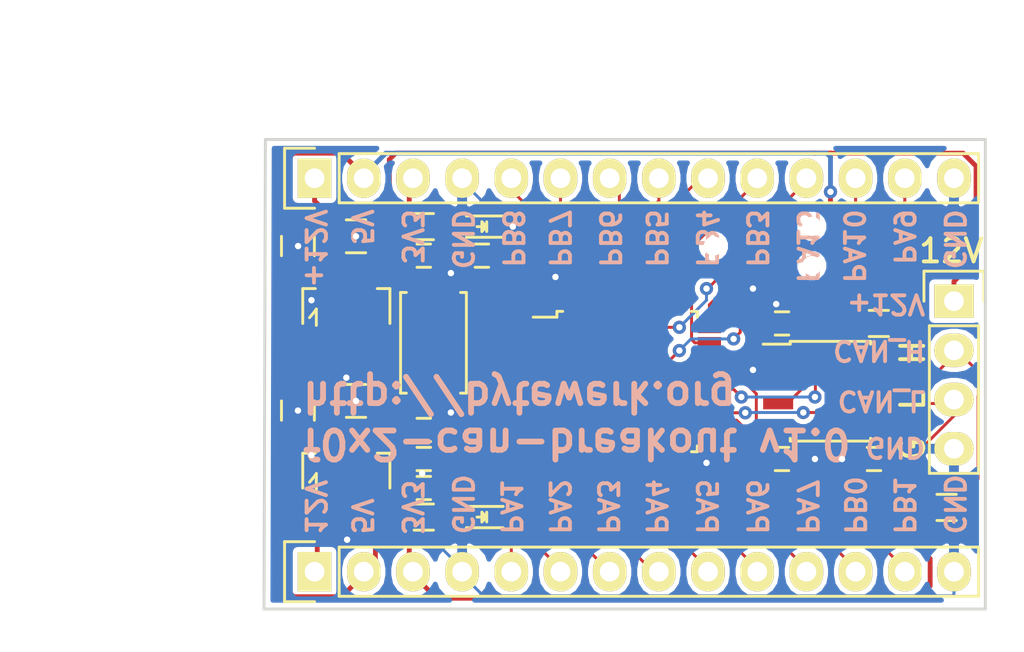
<source format=kicad_pcb>
(kicad_pcb (version 4) (host pcbnew 4.0.2+dfsg1-stable)

  (general
    (links 90)
    (no_connects 0)
    (area 83.674999 61.424999 121.075001 85.825001)
    (thickness 1.6)
    (drawings 43)
    (tracks 439)
    (zones 0)
    (modules 27)
    (nets 36)
  )

  (page A4)
  (layers
    (0 F.Cu signal)
    (31 B.Cu signal)
    (32 B.Adhes user)
    (33 F.Adhes user)
    (34 B.Paste user)
    (35 F.Paste user)
    (36 B.SilkS user)
    (37 F.SilkS user)
    (38 B.Mask user)
    (39 F.Mask user)
    (40 Dwgs.User user)
    (41 Cmts.User user)
    (42 Eco1.User user)
    (43 Eco2.User user)
    (44 Edge.Cuts user)
    (45 Margin user)
    (46 B.CrtYd user)
    (47 F.CrtYd user)
    (48 B.Fab user hide)
    (49 F.Fab user hide)
  )

  (setup
    (last_trace_width 0.1524)
    (user_trace_width 0.25)
    (trace_clearance 0.1524)
    (zone_clearance 0.254)
    (zone_45_only no)
    (trace_min 0.1524)
    (segment_width 0.2)
    (edge_width 0.15)
    (via_size 0.6858)
    (via_drill 0.3302)
    (via_min_size 0.6858)
    (via_min_drill 0.3302)
    (uvia_size 0.3)
    (uvia_drill 0.1)
    (uvias_allowed no)
    (uvia_min_size 0)
    (uvia_min_drill 0)
    (pcb_text_width 0.3)
    (pcb_text_size 1.5 1.5)
    (mod_edge_width 0.15)
    (mod_text_size 1 1)
    (mod_text_width 0.15)
    (pad_size 1.524 1.524)
    (pad_drill 0.762)
    (pad_to_mask_clearance 0.05)
    (aux_axis_origin 0 0)
    (visible_elements FFFFFF7F)
    (pcbplotparams
      (layerselection 0x00030_80000001)
      (usegerberextensions false)
      (excludeedgelayer true)
      (linewidth 0.100000)
      (plotframeref false)
      (viasonmask false)
      (mode 1)
      (useauxorigin false)
      (hpglpennumber 1)
      (hpglpenspeed 20)
      (hpglpendiameter 15)
      (hpglpenoverlay 2)
      (psnegative false)
      (psa4output false)
      (plotreference true)
      (plotvalue true)
      (plotinvisibletext false)
      (padsonsilk false)
      (subtractmaskfromsilk false)
      (outputformat 1)
      (mirror false)
      (drillshape 1)
      (scaleselection 1)
      (outputdirectory ""))
  )

  (net 0 "")
  (net 1 "Net-(C1-Pad1)")
  (net 2 GND)
  (net 3 "Net-(C2-Pad1)")
  (net 4 NRST)
  (net 5 +3V3)
  (net 6 +12V)
  (net 7 +5V)
  (net 8 "Net-(D1-Pad2)")
  (net 9 "Net-(D2-Pad2)")
  (net 10 USR_LED)
  (net 11 PA1)
  (net 12 PA2)
  (net 13 PA3)
  (net 14 PA4)
  (net 15 PA5)
  (net 16 PA6)
  (net 17 PA7)
  (net 18 PA9)
  (net 19 PA10)
  (net 20 PB0)
  (net 21 PB1)
  (net 22 PB3)
  (net 23 PB4)
  (net 24 PB5)
  (net 25 PB6)
  (net 26 PB7)
  (net 27 PB8)
  (net 28 PA15)
  (net 29 CAN_H)
  (net 30 CAN_L)
  (net 31 CAN_S)
  (net 32 CAN_RXD)
  (net 33 CAN_TXD)
  (net 34 SWDIO)
  (net 35 SWCLK)

  (net_class Default "This is the default net class."
    (clearance 0.1524)
    (trace_width 0.1524)
    (via_dia 0.6858)
    (via_drill 0.3302)
    (uvia_dia 0.3)
    (uvia_drill 0.1)
    (add_net +12V)
    (add_net +3V3)
    (add_net +5V)
    (add_net CAN_H)
    (add_net CAN_L)
    (add_net CAN_RXD)
    (add_net CAN_S)
    (add_net CAN_TXD)
    (add_net GND)
    (add_net NRST)
    (add_net "Net-(C1-Pad1)")
    (add_net "Net-(C2-Pad1)")
    (add_net "Net-(D1-Pad2)")
    (add_net "Net-(D2-Pad2)")
    (add_net PA1)
    (add_net PA10)
    (add_net PA15)
    (add_net PA2)
    (add_net PA3)
    (add_net PA4)
    (add_net PA5)
    (add_net PA6)
    (add_net PA7)
    (add_net PA9)
    (add_net PB0)
    (add_net PB1)
    (add_net PB3)
    (add_net PB4)
    (add_net PB5)
    (add_net PB6)
    (add_net PB7)
    (add_net PB8)
    (add_net SWCLK)
    (add_net SWDIO)
    (add_net USR_LED)
  )

  (module Resistors_SMD:R_0603 (layer F.Cu) (tedit 57701BA3) (tstamp 576FF770)
    (at 92 66)
    (descr "Resistor SMD 0603, reflow soldering, Vishay (see dcrcw.pdf)")
    (tags "resistor 0603")
    (path /57701334)
    (attr smd)
    (fp_text reference R2 (at 0 0) (layer F.Fab)
      (effects (font (size 1 1) (thickness 0.15)))
    )
    (fp_text value 1K (at 0 1.9) (layer F.Fab)
      (effects (font (size 1 1) (thickness 0.15)))
    )
    (fp_line (start -1.3 -0.8) (end 1.3 -0.8) (layer F.CrtYd) (width 0.05))
    (fp_line (start -1.3 0.8) (end 1.3 0.8) (layer F.CrtYd) (width 0.05))
    (fp_line (start -1.3 -0.8) (end -1.3 0.8) (layer F.CrtYd) (width 0.05))
    (fp_line (start 1.3 -0.8) (end 1.3 0.8) (layer F.CrtYd) (width 0.05))
    (fp_line (start 0.5 0.675) (end -0.5 0.675) (layer F.SilkS) (width 0.15))
    (fp_line (start -0.5 -0.675) (end 0.5 -0.675) (layer F.SilkS) (width 0.15))
    (pad 1 smd rect (at -0.75 0) (size 0.5 0.9) (layers F.Cu F.Paste F.Mask)
      (net 5 +3V3))
    (pad 2 smd rect (at 0.75 0) (size 0.5 0.9) (layers F.Cu F.Paste F.Mask)
      (net 8 "Net-(D1-Pad2)"))
    (model Resistors_SMD.3dshapes/R_0603.wrl
      (at (xyz 0 0 0))
      (scale (xyz 1 1 1))
      (rotate (xyz 0 0 0))
    )
  )

  (module Capacitors_SMD:C_0805 (layer F.Cu) (tedit 57701BCE) (tstamp 576FF70E)
    (at 85.5 67 90)
    (descr "Capacitor SMD 0805, reflow soldering, AVX (see smccp.pdf)")
    (tags "capacitor 0805")
    (path /576FFBD9)
    (attr smd)
    (fp_text reference C7 (at 0 0 90) (layer F.Fab)
      (effects (font (size 1 1) (thickness 0.15)))
    )
    (fp_text value 10uF (at 0 2.1 90) (layer F.Fab)
      (effects (font (size 1 1) (thickness 0.15)))
    )
    (fp_line (start -1.8 -1) (end 1.8 -1) (layer F.CrtYd) (width 0.05))
    (fp_line (start -1.8 1) (end 1.8 1) (layer F.CrtYd) (width 0.05))
    (fp_line (start -1.8 -1) (end -1.8 1) (layer F.CrtYd) (width 0.05))
    (fp_line (start 1.8 -1) (end 1.8 1) (layer F.CrtYd) (width 0.05))
    (fp_line (start 0.5 -0.85) (end -0.5 -0.85) (layer F.SilkS) (width 0.15))
    (fp_line (start -0.5 0.85) (end 0.5 0.85) (layer F.SilkS) (width 0.15))
    (pad 1 smd rect (at -1 0 90) (size 1 1.25) (layers F.Cu F.Paste F.Mask)
      (net 6 +12V))
    (pad 2 smd rect (at 1 0 90) (size 1 1.25) (layers F.Cu F.Paste F.Mask)
      (net 2 GND))
    (model Capacitors_SMD.3dshapes/C_0805.wrl
      (at (xyz 0 0 0))
      (scale (xyz 1 1 1))
      (rotate (xyz 0 0 0))
    )
  )

  (module Capacitors_SMD:C_0603 (layer F.Cu) (tedit 57701BAC) (tstamp 576FF6EA)
    (at 92 67.5)
    (descr "Capacitor SMD 0603, reflow soldering, AVX (see smccp.pdf)")
    (tags "capacitor 0603")
    (path /576FF0E3)
    (attr smd)
    (fp_text reference C1 (at 0 0) (layer F.Fab)
      (effects (font (size 1 1) (thickness 0.15)))
    )
    (fp_text value 18pF (at 0 1.9) (layer F.Fab)
      (effects (font (size 1 1) (thickness 0.15)))
    )
    (fp_line (start -1.45 -0.75) (end 1.45 -0.75) (layer F.CrtYd) (width 0.05))
    (fp_line (start -1.45 0.75) (end 1.45 0.75) (layer F.CrtYd) (width 0.05))
    (fp_line (start -1.45 -0.75) (end -1.45 0.75) (layer F.CrtYd) (width 0.05))
    (fp_line (start 1.45 -0.75) (end 1.45 0.75) (layer F.CrtYd) (width 0.05))
    (fp_line (start -0.35 -0.6) (end 0.35 -0.6) (layer F.SilkS) (width 0.15))
    (fp_line (start 0.35 0.6) (end -0.35 0.6) (layer F.SilkS) (width 0.15))
    (pad 1 smd rect (at -0.75 0) (size 0.8 0.75) (layers F.Cu F.Paste F.Mask)
      (net 1 "Net-(C1-Pad1)"))
    (pad 2 smd rect (at 0.75 0) (size 0.8 0.75) (layers F.Cu F.Paste F.Mask)
      (net 2 GND))
    (model Capacitors_SMD.3dshapes/C_0603.wrl
      (at (xyz 0 0 0))
      (scale (xyz 1 1 1))
      (rotate (xyz 0 0 0))
    )
  )

  (module Capacitors_SMD:C_0603 (layer F.Cu) (tedit 57701CC9) (tstamp 576FF6F0)
    (at 92 76.5)
    (descr "Capacitor SMD 0603, reflow soldering, AVX (see smccp.pdf)")
    (tags "capacitor 0603")
    (path /576FF155)
    (attr smd)
    (fp_text reference C2 (at 0 0) (layer F.Fab)
      (effects (font (size 1 1) (thickness 0.15)))
    )
    (fp_text value 18pF (at 0 1.9) (layer F.Fab)
      (effects (font (size 1 1) (thickness 0.15)))
    )
    (fp_line (start -1.45 -0.75) (end 1.45 -0.75) (layer F.CrtYd) (width 0.05))
    (fp_line (start -1.45 0.75) (end 1.45 0.75) (layer F.CrtYd) (width 0.05))
    (fp_line (start -1.45 -0.75) (end -1.45 0.75) (layer F.CrtYd) (width 0.05))
    (fp_line (start 1.45 -0.75) (end 1.45 0.75) (layer F.CrtYd) (width 0.05))
    (fp_line (start -0.35 -0.6) (end 0.35 -0.6) (layer F.SilkS) (width 0.15))
    (fp_line (start 0.35 0.6) (end -0.35 0.6) (layer F.SilkS) (width 0.15))
    (pad 1 smd rect (at -0.75 0) (size 0.8 0.75) (layers F.Cu F.Paste F.Mask)
      (net 3 "Net-(C2-Pad1)"))
    (pad 2 smd rect (at 0.75 0) (size 0.8 0.75) (layers F.Cu F.Paste F.Mask)
      (net 2 GND))
    (model Capacitors_SMD.3dshapes/C_0603.wrl
      (at (xyz 0 0 0))
      (scale (xyz 1 1 1))
      (rotate (xyz 0 0 0))
    )
  )

  (module Capacitors_SMD:C_0603 (layer F.Cu) (tedit 57701C17) (tstamp 576FF6F6)
    (at 92 78 180)
    (descr "Capacitor SMD 0603, reflow soldering, AVX (see smccp.pdf)")
    (tags "capacitor 0603")
    (path /576FF2A6)
    (attr smd)
    (fp_text reference C3 (at 0 0 180) (layer F.Fab)
      (effects (font (size 1 1) (thickness 0.15)))
    )
    (fp_text value 100nF (at 0 1.9 180) (layer F.Fab)
      (effects (font (size 1 1) (thickness 0.15)))
    )
    (fp_line (start -1.45 -0.75) (end 1.45 -0.75) (layer F.CrtYd) (width 0.05))
    (fp_line (start -1.45 0.75) (end 1.45 0.75) (layer F.CrtYd) (width 0.05))
    (fp_line (start -1.45 -0.75) (end -1.45 0.75) (layer F.CrtYd) (width 0.05))
    (fp_line (start 1.45 -0.75) (end 1.45 0.75) (layer F.CrtYd) (width 0.05))
    (fp_line (start -0.35 -0.6) (end 0.35 -0.6) (layer F.SilkS) (width 0.15))
    (fp_line (start 0.35 0.6) (end -0.35 0.6) (layer F.SilkS) (width 0.15))
    (pad 1 smd rect (at -0.75 0 180) (size 0.8 0.75) (layers F.Cu F.Paste F.Mask)
      (net 4 NRST))
    (pad 2 smd rect (at 0.75 0 180) (size 0.8 0.75) (layers F.Cu F.Paste F.Mask)
      (net 2 GND))
    (model Capacitors_SMD.3dshapes/C_0603.wrl
      (at (xyz 0 0 0))
      (scale (xyz 1 1 1))
      (rotate (xyz 0 0 0))
    )
  )

  (module Capacitors_SMD:C_0603 (layer F.Cu) (tedit 57701BC5) (tstamp 576FF6FC)
    (at 95 67.5 180)
    (descr "Capacitor SMD 0603, reflow soldering, AVX (see smccp.pdf)")
    (tags "capacitor 0603")
    (path /576FFF9F)
    (attr smd)
    (fp_text reference C4 (at 0 0 180) (layer F.Fab)
      (effects (font (size 1 1) (thickness 0.15)))
    )
    (fp_text value 100nF (at 0 1.9 180) (layer F.Fab)
      (effects (font (size 1 1) (thickness 0.15)))
    )
    (fp_line (start -1.45 -0.75) (end 1.45 -0.75) (layer F.CrtYd) (width 0.05))
    (fp_line (start -1.45 0.75) (end 1.45 0.75) (layer F.CrtYd) (width 0.05))
    (fp_line (start -1.45 -0.75) (end -1.45 0.75) (layer F.CrtYd) (width 0.05))
    (fp_line (start 1.45 -0.75) (end 1.45 0.75) (layer F.CrtYd) (width 0.05))
    (fp_line (start -0.35 -0.6) (end 0.35 -0.6) (layer F.SilkS) (width 0.15))
    (fp_line (start 0.35 0.6) (end -0.35 0.6) (layer F.SilkS) (width 0.15))
    (pad 1 smd rect (at -0.75 0 180) (size 0.8 0.75) (layers F.Cu F.Paste F.Mask)
      (net 5 +3V3))
    (pad 2 smd rect (at 0.75 0 180) (size 0.8 0.75) (layers F.Cu F.Paste F.Mask)
      (net 2 GND))
    (model Capacitors_SMD.3dshapes/C_0603.wrl
      (at (xyz 0 0 0))
      (scale (xyz 1 1 1))
      (rotate (xyz 0 0 0))
    )
  )

  (module Capacitors_SMD:C_0603 (layer F.Cu) (tedit 57701C0D) (tstamp 576FF702)
    (at 92 79.5 180)
    (descr "Capacitor SMD 0603, reflow soldering, AVX (see smccp.pdf)")
    (tags "capacitor 0603")
    (path /577000CD)
    (attr smd)
    (fp_text reference C5 (at 0 0 180) (layer F.Fab)
      (effects (font (size 1 1) (thickness 0.15)))
    )
    (fp_text value 100nF (at 0 1.9 180) (layer F.Fab)
      (effects (font (size 1 1) (thickness 0.15)))
    )
    (fp_line (start -1.45 -0.75) (end 1.45 -0.75) (layer F.CrtYd) (width 0.05))
    (fp_line (start -1.45 0.75) (end 1.45 0.75) (layer F.CrtYd) (width 0.05))
    (fp_line (start -1.45 -0.75) (end -1.45 0.75) (layer F.CrtYd) (width 0.05))
    (fp_line (start 1.45 -0.75) (end 1.45 0.75) (layer F.CrtYd) (width 0.05))
    (fp_line (start -0.35 -0.6) (end 0.35 -0.6) (layer F.SilkS) (width 0.15))
    (fp_line (start 0.35 0.6) (end -0.35 0.6) (layer F.SilkS) (width 0.15))
    (pad 1 smd rect (at -0.75 0 180) (size 0.8 0.75) (layers F.Cu F.Paste F.Mask)
      (net 5 +3V3))
    (pad 2 smd rect (at 0.75 0 180) (size 0.8 0.75) (layers F.Cu F.Paste F.Mask)
      (net 2 GND))
    (model Capacitors_SMD.3dshapes/C_0603.wrl
      (at (xyz 0 0 0))
      (scale (xyz 1 1 1))
      (rotate (xyz 0 0 0))
    )
  )

  (module Capacitors_SMD:C_0603 (layer F.Cu) (tedit 57701C64) (tstamp 576FF708)
    (at 110.5 78)
    (descr "Capacitor SMD 0603, reflow soldering, AVX (see smccp.pdf)")
    (tags "capacitor 0603")
    (path /5770011C)
    (attr smd)
    (fp_text reference C6 (at 0 0) (layer F.Fab)
      (effects (font (size 1 1) (thickness 0.15)))
    )
    (fp_text value 100nF (at 0 1.9) (layer F.Fab)
      (effects (font (size 1 1) (thickness 0.15)))
    )
    (fp_line (start -1.45 -0.75) (end 1.45 -0.75) (layer F.CrtYd) (width 0.05))
    (fp_line (start -1.45 0.75) (end 1.45 0.75) (layer F.CrtYd) (width 0.05))
    (fp_line (start -1.45 -0.75) (end -1.45 0.75) (layer F.CrtYd) (width 0.05))
    (fp_line (start 1.45 -0.75) (end 1.45 0.75) (layer F.CrtYd) (width 0.05))
    (fp_line (start -0.35 -0.6) (end 0.35 -0.6) (layer F.SilkS) (width 0.15))
    (fp_line (start 0.35 0.6) (end -0.35 0.6) (layer F.SilkS) (width 0.15))
    (pad 1 smd rect (at -0.75 0) (size 0.8 0.75) (layers F.Cu F.Paste F.Mask)
      (net 5 +3V3))
    (pad 2 smd rect (at 0.75 0) (size 0.8 0.75) (layers F.Cu F.Paste F.Mask)
      (net 2 GND))
    (model Capacitors_SMD.3dshapes/C_0603.wrl
      (at (xyz 0 0 0))
      (scale (xyz 1 1 1))
      (rotate (xyz 0 0 0))
    )
  )

  (module Capacitors_SMD:C_0805 (layer F.Cu) (tedit 57701BE9) (tstamp 576FF714)
    (at 85.5 75.5 90)
    (descr "Capacitor SMD 0805, reflow soldering, AVX (see smccp.pdf)")
    (tags "capacitor 0805")
    (path /576FF89D)
    (attr smd)
    (fp_text reference C8 (at 0 0 90) (layer F.Fab)
      (effects (font (size 1 1) (thickness 0.15)))
    )
    (fp_text value 10uF (at 0 2.1 90) (layer F.Fab)
      (effects (font (size 1 1) (thickness 0.15)))
    )
    (fp_line (start -1.8 -1) (end 1.8 -1) (layer F.CrtYd) (width 0.05))
    (fp_line (start -1.8 1) (end 1.8 1) (layer F.CrtYd) (width 0.05))
    (fp_line (start -1.8 -1) (end -1.8 1) (layer F.CrtYd) (width 0.05))
    (fp_line (start 1.8 -1) (end 1.8 1) (layer F.CrtYd) (width 0.05))
    (fp_line (start 0.5 -0.85) (end -0.5 -0.85) (layer F.SilkS) (width 0.15))
    (fp_line (start -0.5 0.85) (end 0.5 0.85) (layer F.SilkS) (width 0.15))
    (pad 1 smd rect (at -1 0 90) (size 1 1.25) (layers F.Cu F.Paste F.Mask)
      (net 6 +12V))
    (pad 2 smd rect (at 1 0 90) (size 1 1.25) (layers F.Cu F.Paste F.Mask)
      (net 2 GND))
    (model Capacitors_SMD.3dshapes/C_0805.wrl
      (at (xyz 0 0 0))
      (scale (xyz 1 1 1))
      (rotate (xyz 0 0 0))
    )
  )

  (module Capacitors_SMD:C_0805 (layer F.Cu) (tedit 57701CB5) (tstamp 576FF71A)
    (at 88.5 66.5 180)
    (descr "Capacitor SMD 0805, reflow soldering, AVX (see smccp.pdf)")
    (tags "capacitor 0805")
    (path /576FFC49)
    (attr smd)
    (fp_text reference C9 (at 0 0 180) (layer F.Fab)
      (effects (font (size 1 1) (thickness 0.15)))
    )
    (fp_text value 10uF (at 0 2.1 180) (layer F.Fab)
      (effects (font (size 1 1) (thickness 0.15)))
    )
    (fp_line (start -1.8 -1) (end 1.8 -1) (layer F.CrtYd) (width 0.05))
    (fp_line (start -1.8 1) (end 1.8 1) (layer F.CrtYd) (width 0.05))
    (fp_line (start -1.8 -1) (end -1.8 1) (layer F.CrtYd) (width 0.05))
    (fp_line (start 1.8 -1) (end 1.8 1) (layer F.CrtYd) (width 0.05))
    (fp_line (start 0.5 -0.85) (end -0.5 -0.85) (layer F.SilkS) (width 0.15))
    (fp_line (start -0.5 0.85) (end 0.5 0.85) (layer F.SilkS) (width 0.15))
    (pad 1 smd rect (at -1 0 180) (size 1 1.25) (layers F.Cu F.Paste F.Mask)
      (net 5 +3V3))
    (pad 2 smd rect (at 1 0 180) (size 1 1.25) (layers F.Cu F.Paste F.Mask)
      (net 2 GND))
    (model Capacitors_SMD.3dshapes/C_0805.wrl
      (at (xyz 0 0 0))
      (scale (xyz 1 1 1))
      (rotate (xyz 0 0 0))
    )
  )

  (module Capacitors_SMD:C_0805 (layer F.Cu) (tedit 57701CAC) (tstamp 576FF720)
    (at 88.5 75 180)
    (descr "Capacitor SMD 0805, reflow soldering, AVX (see smccp.pdf)")
    (tags "capacitor 0805")
    (path /576FF96B)
    (attr smd)
    (fp_text reference C10 (at 0 0 180) (layer F.Fab)
      (effects (font (size 1 1) (thickness 0.15)))
    )
    (fp_text value 10uF (at 0 2.1 180) (layer F.Fab)
      (effects (font (size 1 1) (thickness 0.15)))
    )
    (fp_line (start -1.8 -1) (end 1.8 -1) (layer F.CrtYd) (width 0.05))
    (fp_line (start -1.8 1) (end 1.8 1) (layer F.CrtYd) (width 0.05))
    (fp_line (start -1.8 -1) (end -1.8 1) (layer F.CrtYd) (width 0.05))
    (fp_line (start 1.8 -1) (end 1.8 1) (layer F.CrtYd) (width 0.05))
    (fp_line (start 0.5 -0.85) (end -0.5 -0.85) (layer F.SilkS) (width 0.15))
    (fp_line (start -0.5 0.85) (end 0.5 0.85) (layer F.SilkS) (width 0.15))
    (pad 1 smd rect (at -1 0 180) (size 1 1.25) (layers F.Cu F.Paste F.Mask)
      (net 7 +5V))
    (pad 2 smd rect (at 1 0 180) (size 1 1.25) (layers F.Cu F.Paste F.Mask)
      (net 2 GND))
    (model Capacitors_SMD.3dshapes/C_0805.wrl
      (at (xyz 0 0 0))
      (scale (xyz 1 1 1))
      (rotate (xyz 0 0 0))
    )
  )

  (module Capacitors_SMD:C_0603 (layer F.Cu) (tedit 57701C3E) (tstamp 576FF726)
    (at 115.25 78 180)
    (descr "Capacitor SMD 0603, reflow soldering, AVX (see smccp.pdf)")
    (tags "capacitor 0603")
    (path /57700B92)
    (attr smd)
    (fp_text reference C11 (at 0 0 180) (layer F.Fab)
      (effects (font (size 1 1) (thickness 0.15)))
    )
    (fp_text value 100nF (at 0 1.9 180) (layer F.Fab)
      (effects (font (size 1 1) (thickness 0.15)))
    )
    (fp_line (start -1.45 -0.75) (end 1.45 -0.75) (layer F.CrtYd) (width 0.05))
    (fp_line (start -1.45 0.75) (end 1.45 0.75) (layer F.CrtYd) (width 0.05))
    (fp_line (start -1.45 -0.75) (end -1.45 0.75) (layer F.CrtYd) (width 0.05))
    (fp_line (start 1.45 -0.75) (end 1.45 0.75) (layer F.CrtYd) (width 0.05))
    (fp_line (start -0.35 -0.6) (end 0.35 -0.6) (layer F.SilkS) (width 0.15))
    (fp_line (start 0.35 0.6) (end -0.35 0.6) (layer F.SilkS) (width 0.15))
    (pad 1 smd rect (at -0.75 0 180) (size 0.8 0.75) (layers F.Cu F.Paste F.Mask)
      (net 5 +3V3))
    (pad 2 smd rect (at 0.75 0 180) (size 0.8 0.75) (layers F.Cu F.Paste F.Mask)
      (net 2 GND))
    (model Capacitors_SMD.3dshapes/C_0603.wrl
      (at (xyz 0 0 0))
      (scale (xyz 1 1 1))
      (rotate (xyz 0 0 0))
    )
  )

  (module Capacitors_SMD:C_0603 (layer F.Cu) (tedit 57701C5E) (tstamp 576FF72C)
    (at 110.5 71 180)
    (descr "Capacitor SMD 0603, reflow soldering, AVX (see smccp.pdf)")
    (tags "capacitor 0603")
    (path /57700BD0)
    (attr smd)
    (fp_text reference C12 (at 0 0 180) (layer F.Fab)
      (effects (font (size 1 1) (thickness 0.15)))
    )
    (fp_text value 100nF (at 0 1.9 180) (layer F.Fab)
      (effects (font (size 1 1) (thickness 0.15)))
    )
    (fp_line (start -1.45 -0.75) (end 1.45 -0.75) (layer F.CrtYd) (width 0.05))
    (fp_line (start -1.45 0.75) (end 1.45 0.75) (layer F.CrtYd) (width 0.05))
    (fp_line (start -1.45 -0.75) (end -1.45 0.75) (layer F.CrtYd) (width 0.05))
    (fp_line (start 1.45 -0.75) (end 1.45 0.75) (layer F.CrtYd) (width 0.05))
    (fp_line (start -0.35 -0.6) (end 0.35 -0.6) (layer F.SilkS) (width 0.15))
    (fp_line (start 0.35 0.6) (end -0.35 0.6) (layer F.SilkS) (width 0.15))
    (pad 1 smd rect (at -0.75 0 180) (size 0.8 0.75) (layers F.Cu F.Paste F.Mask)
      (net 7 +5V))
    (pad 2 smd rect (at 0.75 0 180) (size 0.8 0.75) (layers F.Cu F.Paste F.Mask)
      (net 2 GND))
    (model Capacitors_SMD.3dshapes/C_0603.wrl
      (at (xyz 0 0 0))
      (scale (xyz 1 1 1))
      (rotate (xyz 0 0 0))
    )
  )

  (module LEDs:LED_0603 (layer F.Cu) (tedit 57701BBD) (tstamp 576FF732)
    (at 95 66 180)
    (descr "LED 0603 smd package")
    (tags "LED led 0603 SMD smd SMT smt smdled SMDLED smtled SMTLED")
    (path /57701189)
    (attr smd)
    (fp_text reference D1 (at 0 0 180) (layer F.Fab)
      (effects (font (size 1 1) (thickness 0.15)))
    )
    (fp_text value green (at 0 1.5 180) (layer F.Fab)
      (effects (font (size 1 1) (thickness 0.15)))
    )
    (fp_line (start -1.1 0.55) (end 0.8 0.55) (layer F.SilkS) (width 0.15))
    (fp_line (start -1.1 -0.55) (end 0.8 -0.55) (layer F.SilkS) (width 0.15))
    (fp_line (start -0.2 0) (end 0.25 0) (layer F.SilkS) (width 0.15))
    (fp_line (start -0.25 -0.25) (end -0.25 0.25) (layer F.SilkS) (width 0.15))
    (fp_line (start -0.25 0) (end 0 -0.25) (layer F.SilkS) (width 0.15))
    (fp_line (start 0 -0.25) (end 0 0.25) (layer F.SilkS) (width 0.15))
    (fp_line (start 0 0.25) (end -0.25 0) (layer F.SilkS) (width 0.15))
    (fp_line (start 1.4 -0.75) (end 1.4 0.75) (layer F.CrtYd) (width 0.05))
    (fp_line (start 1.4 0.75) (end -1.4 0.75) (layer F.CrtYd) (width 0.05))
    (fp_line (start -1.4 0.75) (end -1.4 -0.75) (layer F.CrtYd) (width 0.05))
    (fp_line (start -1.4 -0.75) (end 1.4 -0.75) (layer F.CrtYd) (width 0.05))
    (pad 2 smd rect (at 0.7493 0) (size 0.79756 0.79756) (layers F.Cu F.Paste F.Mask)
      (net 8 "Net-(D1-Pad2)"))
    (pad 1 smd rect (at -0.7493 0) (size 0.79756 0.79756) (layers F.Cu F.Paste F.Mask)
      (net 2 GND))
    (model LEDs.3dshapes/LED_0603.wrl
      (at (xyz 0 0 0))
      (scale (xyz 1 1 1))
      (rotate (xyz 0 0 180))
    )
  )

  (module LEDs:LED_0603 (layer F.Cu) (tedit 57701C02) (tstamp 576FF738)
    (at 95 81 180)
    (descr "LED 0603 smd package")
    (tags "LED led 0603 SMD smd SMT smt smdled SMDLED smtled SMTLED")
    (path /577014DA)
    (attr smd)
    (fp_text reference D2 (at 0 0 180) (layer F.Fab)
      (effects (font (size 1 1) (thickness 0.15)))
    )
    (fp_text value red (at 0 1.5 180) (layer F.Fab)
      (effects (font (size 1 1) (thickness 0.15)))
    )
    (fp_line (start -1.1 0.55) (end 0.8 0.55) (layer F.SilkS) (width 0.15))
    (fp_line (start -1.1 -0.55) (end 0.8 -0.55) (layer F.SilkS) (width 0.15))
    (fp_line (start -0.2 0) (end 0.25 0) (layer F.SilkS) (width 0.15))
    (fp_line (start -0.25 -0.25) (end -0.25 0.25) (layer F.SilkS) (width 0.15))
    (fp_line (start -0.25 0) (end 0 -0.25) (layer F.SilkS) (width 0.15))
    (fp_line (start 0 -0.25) (end 0 0.25) (layer F.SilkS) (width 0.15))
    (fp_line (start 0 0.25) (end -0.25 0) (layer F.SilkS) (width 0.15))
    (fp_line (start 1.4 -0.75) (end 1.4 0.75) (layer F.CrtYd) (width 0.05))
    (fp_line (start 1.4 0.75) (end -1.4 0.75) (layer F.CrtYd) (width 0.05))
    (fp_line (start -1.4 0.75) (end -1.4 -0.75) (layer F.CrtYd) (width 0.05))
    (fp_line (start -1.4 -0.75) (end 1.4 -0.75) (layer F.CrtYd) (width 0.05))
    (pad 2 smd rect (at 0.7493 0) (size 0.79756 0.79756) (layers F.Cu F.Paste F.Mask)
      (net 9 "Net-(D2-Pad2)"))
    (pad 1 smd rect (at -0.7493 0) (size 0.79756 0.79756) (layers F.Cu F.Paste F.Mask)
      (net 10 USR_LED))
    (model LEDs.3dshapes/LED_0603.wrl
      (at (xyz 0 0 0))
      (scale (xyz 1 1 1))
      (rotate (xyz 0 0 180))
    )
  )

  (module Pin_Headers:Pin_Header_Straight_1x14 locked (layer F.Cu) (tedit 57701C2C) (tstamp 576FF74A)
    (at 86.36 83.82 90)
    (descr "Through hole pin header")
    (tags "pin header")
    (path /57704216)
    (fp_text reference P1 (at 0 16.64 180) (layer F.Fab)
      (effects (font (size 1 1) (thickness 0.15)))
    )
    (fp_text value CONN_01X14 (at 0 -3.1 90) (layer F.Fab)
      (effects (font (size 1 1) (thickness 0.15)))
    )
    (fp_line (start -1.75 -1.75) (end -1.75 34.8) (layer F.CrtYd) (width 0.05))
    (fp_line (start 1.75 -1.75) (end 1.75 34.8) (layer F.CrtYd) (width 0.05))
    (fp_line (start -1.75 -1.75) (end 1.75 -1.75) (layer F.CrtYd) (width 0.05))
    (fp_line (start -1.75 34.8) (end 1.75 34.8) (layer F.CrtYd) (width 0.05))
    (fp_line (start -1.27 1.27) (end -1.27 34.29) (layer F.SilkS) (width 0.15))
    (fp_line (start -1.27 34.29) (end 1.27 34.29) (layer F.SilkS) (width 0.15))
    (fp_line (start 1.27 34.29) (end 1.27 1.27) (layer F.SilkS) (width 0.15))
    (fp_line (start 1.55 -1.55) (end 1.55 0) (layer F.SilkS) (width 0.15))
    (fp_line (start 1.27 1.27) (end -1.27 1.27) (layer F.SilkS) (width 0.15))
    (fp_line (start -1.55 0) (end -1.55 -1.55) (layer F.SilkS) (width 0.15))
    (fp_line (start -1.55 -1.55) (end 1.55 -1.55) (layer F.SilkS) (width 0.15))
    (pad 1 thru_hole rect (at 0 0 90) (size 2.032 1.7272) (drill 1.016) (layers *.Cu *.Mask F.SilkS)
      (net 6 +12V))
    (pad 2 thru_hole oval (at 0 2.54 90) (size 2.032 1.7272) (drill 1.016) (layers *.Cu *.Mask F.SilkS)
      (net 7 +5V))
    (pad 3 thru_hole oval (at 0 5.08 90) (size 2.032 1.7272) (drill 1.016) (layers *.Cu *.Mask F.SilkS)
      (net 5 +3V3))
    (pad 4 thru_hole oval (at 0 7.62 90) (size 2.032 1.7272) (drill 1.016) (layers *.Cu *.Mask F.SilkS)
      (net 2 GND))
    (pad 5 thru_hole oval (at 0 10.16 90) (size 2.032 1.7272) (drill 1.016) (layers *.Cu *.Mask F.SilkS)
      (net 11 PA1))
    (pad 6 thru_hole oval (at 0 12.7 90) (size 2.032 1.7272) (drill 1.016) (layers *.Cu *.Mask F.SilkS)
      (net 12 PA2))
    (pad 7 thru_hole oval (at 0 15.24 90) (size 2.032 1.7272) (drill 1.016) (layers *.Cu *.Mask F.SilkS)
      (net 13 PA3))
    (pad 8 thru_hole oval (at 0 17.78 90) (size 2.032 1.7272) (drill 1.016) (layers *.Cu *.Mask F.SilkS)
      (net 14 PA4))
    (pad 9 thru_hole oval (at 0 20.32 90) (size 2.032 1.7272) (drill 1.016) (layers *.Cu *.Mask F.SilkS)
      (net 15 PA5))
    (pad 10 thru_hole oval (at 0 22.86 90) (size 2.032 1.7272) (drill 1.016) (layers *.Cu *.Mask F.SilkS)
      (net 16 PA6))
    (pad 11 thru_hole oval (at 0 25.4 90) (size 2.032 1.7272) (drill 1.016) (layers *.Cu *.Mask F.SilkS)
      (net 17 PA7))
    (pad 12 thru_hole oval (at 0 27.94 90) (size 2.032 1.7272) (drill 1.016) (layers *.Cu *.Mask F.SilkS)
      (net 20 PB0))
    (pad 13 thru_hole oval (at 0 30.48 90) (size 2.032 1.7272) (drill 1.016) (layers *.Cu *.Mask F.SilkS)
      (net 21 PB1))
    (pad 14 thru_hole oval (at 0 33.02 90) (size 2.032 1.7272) (drill 1.016) (layers *.Cu *.Mask F.SilkS)
      (net 2 GND))
    (model Pin_Headers.3dshapes/Pin_Header_Straight_1x14.wrl
      (at (xyz 0 -0.65 0))
      (scale (xyz 1 1 1))
      (rotate (xyz 0 0 90))
    )
  )

  (module Pin_Headers:Pin_Header_Straight_1x14 locked (layer F.Cu) (tedit 57701BDB) (tstamp 576FF75C)
    (at 86.36 63.5 90)
    (descr "Through hole pin header")
    (tags "pin header")
    (path /577042D0)
    (fp_text reference P2 (at 0 16.64 180) (layer F.Fab)
      (effects (font (size 1 1) (thickness 0.15)))
    )
    (fp_text value CONN_01X14 (at 0 -3.1 90) (layer F.Fab)
      (effects (font (size 1 1) (thickness 0.15)))
    )
    (fp_line (start -1.75 -1.75) (end -1.75 34.8) (layer F.CrtYd) (width 0.05))
    (fp_line (start 1.75 -1.75) (end 1.75 34.8) (layer F.CrtYd) (width 0.05))
    (fp_line (start -1.75 -1.75) (end 1.75 -1.75) (layer F.CrtYd) (width 0.05))
    (fp_line (start -1.75 34.8) (end 1.75 34.8) (layer F.CrtYd) (width 0.05))
    (fp_line (start -1.27 1.27) (end -1.27 34.29) (layer F.SilkS) (width 0.15))
    (fp_line (start -1.27 34.29) (end 1.27 34.29) (layer F.SilkS) (width 0.15))
    (fp_line (start 1.27 34.29) (end 1.27 1.27) (layer F.SilkS) (width 0.15))
    (fp_line (start 1.55 -1.55) (end 1.55 0) (layer F.SilkS) (width 0.15))
    (fp_line (start 1.27 1.27) (end -1.27 1.27) (layer F.SilkS) (width 0.15))
    (fp_line (start -1.55 0) (end -1.55 -1.55) (layer F.SilkS) (width 0.15))
    (fp_line (start -1.55 -1.55) (end 1.55 -1.55) (layer F.SilkS) (width 0.15))
    (pad 1 thru_hole rect (at 0 0 90) (size 2.032 1.7272) (drill 1.016) (layers *.Cu *.Mask F.SilkS)
      (net 6 +12V))
    (pad 2 thru_hole oval (at 0 2.54 90) (size 2.032 1.7272) (drill 1.016) (layers *.Cu *.Mask F.SilkS)
      (net 7 +5V))
    (pad 3 thru_hole oval (at 0 5.08 90) (size 2.032 1.7272) (drill 1.016) (layers *.Cu *.Mask F.SilkS)
      (net 5 +3V3))
    (pad 4 thru_hole oval (at 0 7.62 90) (size 2.032 1.7272) (drill 1.016) (layers *.Cu *.Mask F.SilkS)
      (net 2 GND))
    (pad 5 thru_hole oval (at 0 10.16 90) (size 2.032 1.7272) (drill 1.016) (layers *.Cu *.Mask F.SilkS)
      (net 27 PB8))
    (pad 6 thru_hole oval (at 0 12.7 90) (size 2.032 1.7272) (drill 1.016) (layers *.Cu *.Mask F.SilkS)
      (net 26 PB7))
    (pad 7 thru_hole oval (at 0 15.24 90) (size 2.032 1.7272) (drill 1.016) (layers *.Cu *.Mask F.SilkS)
      (net 25 PB6))
    (pad 8 thru_hole oval (at 0 17.78 90) (size 2.032 1.7272) (drill 1.016) (layers *.Cu *.Mask F.SilkS)
      (net 24 PB5))
    (pad 9 thru_hole oval (at 0 20.32 90) (size 2.032 1.7272) (drill 1.016) (layers *.Cu *.Mask F.SilkS)
      (net 23 PB4))
    (pad 10 thru_hole oval (at 0 22.86 90) (size 2.032 1.7272) (drill 1.016) (layers *.Cu *.Mask F.SilkS)
      (net 22 PB3))
    (pad 11 thru_hole oval (at 0 25.4 90) (size 2.032 1.7272) (drill 1.016) (layers *.Cu *.Mask F.SilkS)
      (net 28 PA15))
    (pad 12 thru_hole oval (at 0 27.94 90) (size 2.032 1.7272) (drill 1.016) (layers *.Cu *.Mask F.SilkS)
      (net 19 PA10))
    (pad 13 thru_hole oval (at 0 30.48 90) (size 2.032 1.7272) (drill 1.016) (layers *.Cu *.Mask F.SilkS)
      (net 18 PA9))
    (pad 14 thru_hole oval (at 0 33.02 90) (size 2.032 1.7272) (drill 1.016) (layers *.Cu *.Mask F.SilkS)
      (net 2 GND))
    (model Pin_Headers.3dshapes/Pin_Header_Straight_1x14.wrl
      (at (xyz 0 -0.65 0))
      (scale (xyz 1 1 1))
      (rotate (xyz 0 0 90))
    )
  )

  (module Pin_Headers:Pin_Header_Straight_1x04 locked (layer F.Cu) (tedit 57701C99) (tstamp 576FF764)
    (at 119.38 69.85)
    (descr "Through hole pin header")
    (tags "pin header")
    (path /57701EF4)
    (fp_text reference P3 (at 0 3.9) (layer F.Fab)
      (effects (font (size 1 1) (thickness 0.15)))
    )
    (fp_text value CONN_01X04 (at 0 -3.1) (layer F.Fab)
      (effects (font (size 1 1) (thickness 0.15)))
    )
    (fp_line (start -1.75 -1.75) (end -1.75 9.4) (layer F.CrtYd) (width 0.05))
    (fp_line (start 1.75 -1.75) (end 1.75 9.4) (layer F.CrtYd) (width 0.05))
    (fp_line (start -1.75 -1.75) (end 1.75 -1.75) (layer F.CrtYd) (width 0.05))
    (fp_line (start -1.75 9.4) (end 1.75 9.4) (layer F.CrtYd) (width 0.05))
    (fp_line (start -1.27 1.27) (end -1.27 8.89) (layer F.SilkS) (width 0.15))
    (fp_line (start 1.27 1.27) (end 1.27 8.89) (layer F.SilkS) (width 0.15))
    (fp_line (start 1.55 -1.55) (end 1.55 0) (layer F.SilkS) (width 0.15))
    (fp_line (start -1.27 8.89) (end 1.27 8.89) (layer F.SilkS) (width 0.15))
    (fp_line (start 1.27 1.27) (end -1.27 1.27) (layer F.SilkS) (width 0.15))
    (fp_line (start -1.55 0) (end -1.55 -1.55) (layer F.SilkS) (width 0.15))
    (fp_line (start -1.55 -1.55) (end 1.55 -1.55) (layer F.SilkS) (width 0.15))
    (pad 1 thru_hole rect (at 0 0) (size 2.032 1.7272) (drill 1.016) (layers *.Cu *.Mask F.SilkS)
      (net 6 +12V))
    (pad 2 thru_hole oval (at 0 2.54) (size 2.032 1.7272) (drill 1.016) (layers *.Cu *.Mask F.SilkS)
      (net 29 CAN_H))
    (pad 3 thru_hole oval (at 0 5.08) (size 2.032 1.7272) (drill 1.016) (layers *.Cu *.Mask F.SilkS)
      (net 30 CAN_L))
    (pad 4 thru_hole oval (at 0 7.62) (size 2.032 1.7272) (drill 1.016) (layers *.Cu *.Mask F.SilkS)
      (net 2 GND))
    (model Pin_Headers.3dshapes/Pin_Header_Straight_1x04.wrl
      (at (xyz 0 -0.15 0))
      (scale (xyz 1 1 1))
      (rotate (xyz 0 0 90))
    )
  )

  (module Resistors_SMD:R_0603 (layer F.Cu) (tedit 57701C4D) (tstamp 576FF76A)
    (at 115.5 71 180)
    (descr "Resistor SMD 0603, reflow soldering, Vishay (see dcrcw.pdf)")
    (tags "resistor 0603")
    (path /57703654)
    (attr smd)
    (fp_text reference R1 (at 0 0 180) (layer F.Fab)
      (effects (font (size 1 1) (thickness 0.15)))
    )
    (fp_text value 10K (at 0 1.9 180) (layer F.Fab)
      (effects (font (size 1 1) (thickness 0.15)))
    )
    (fp_line (start -1.3 -0.8) (end 1.3 -0.8) (layer F.CrtYd) (width 0.05))
    (fp_line (start -1.3 0.8) (end 1.3 0.8) (layer F.CrtYd) (width 0.05))
    (fp_line (start -1.3 -0.8) (end -1.3 0.8) (layer F.CrtYd) (width 0.05))
    (fp_line (start 1.3 -0.8) (end 1.3 0.8) (layer F.CrtYd) (width 0.05))
    (fp_line (start 0.5 0.675) (end -0.5 0.675) (layer F.SilkS) (width 0.15))
    (fp_line (start -0.5 -0.675) (end 0.5 -0.675) (layer F.SilkS) (width 0.15))
    (pad 1 smd rect (at -0.75 0 180) (size 0.5 0.9) (layers F.Cu F.Paste F.Mask)
      (net 5 +3V3))
    (pad 2 smd rect (at 0.75 0 180) (size 0.5 0.9) (layers F.Cu F.Paste F.Mask)
      (net 31 CAN_S))
    (model Resistors_SMD.3dshapes/R_0603.wrl
      (at (xyz 0 0 0))
      (scale (xyz 1 1 1))
      (rotate (xyz 0 0 0))
    )
  )

  (module Resistors_SMD:R_0603 (layer F.Cu) (tedit 57701C1F) (tstamp 576FF776)
    (at 92 81)
    (descr "Resistor SMD 0603, reflow soldering, Vishay (see dcrcw.pdf)")
    (tags "resistor 0603")
    (path /577014E6)
    (attr smd)
    (fp_text reference R3 (at 0 0) (layer F.Fab)
      (effects (font (size 1 1) (thickness 0.15)))
    )
    (fp_text value 1K (at 0 1.9) (layer F.Fab)
      (effects (font (size 1 1) (thickness 0.15)))
    )
    (fp_line (start -1.3 -0.8) (end 1.3 -0.8) (layer F.CrtYd) (width 0.05))
    (fp_line (start -1.3 0.8) (end 1.3 0.8) (layer F.CrtYd) (width 0.05))
    (fp_line (start -1.3 -0.8) (end -1.3 0.8) (layer F.CrtYd) (width 0.05))
    (fp_line (start 1.3 -0.8) (end 1.3 0.8) (layer F.CrtYd) (width 0.05))
    (fp_line (start 0.5 0.675) (end -0.5 0.675) (layer F.SilkS) (width 0.15))
    (fp_line (start -0.5 -0.675) (end 0.5 -0.675) (layer F.SilkS) (width 0.15))
    (pad 1 smd rect (at -0.75 0) (size 0.5 0.9) (layers F.Cu F.Paste F.Mask)
      (net 5 +3V3))
    (pad 2 smd rect (at 0.75 0) (size 0.5 0.9) (layers F.Cu F.Paste F.Mask)
      (net 9 "Net-(D2-Pad2)"))
    (model Resistors_SMD.3dshapes/R_0603.wrl
      (at (xyz 0 0 0))
      (scale (xyz 1 1 1))
      (rotate (xyz 0 0 0))
    )
  )

  (module Housings_QFP:LQFP-32_7x7mm_Pitch0.8mm locked (layer F.Cu) (tedit 57701C7B) (tstamp 576FF79A)
    (at 102.5 74)
    (descr "LQFP32: plastic low profile quad flat package; 32 leads; body 7 x 7 x 1.4 mm (see NXP sot358-1_po.pdf and sot358-1_fr.pdf)")
    (tags "QFP 0.8")
    (path /576FEFD7)
    (attr smd)
    (fp_text reference U1 (at 0 0) (layer F.Fab)
      (effects (font (size 1 1) (thickness 0.15)))
    )
    (fp_text value STM32F042K6Tx (at 0 5.85) (layer F.Fab)
      (effects (font (size 1 1) (thickness 0.15)))
    )
    (fp_line (start -5.1 -5.1) (end -5.1 5.1) (layer F.CrtYd) (width 0.05))
    (fp_line (start 5.1 -5.1) (end 5.1 5.1) (layer F.CrtYd) (width 0.05))
    (fp_line (start -5.1 -5.1) (end 5.1 -5.1) (layer F.CrtYd) (width 0.05))
    (fp_line (start -5.1 5.1) (end 5.1 5.1) (layer F.CrtYd) (width 0.05))
    (fp_line (start -3.625 -3.625) (end -3.625 -3.325) (layer F.SilkS) (width 0.15))
    (fp_line (start 3.625 -3.625) (end 3.625 -3.325) (layer F.SilkS) (width 0.15))
    (fp_line (start 3.625 3.625) (end 3.625 3.325) (layer F.SilkS) (width 0.15))
    (fp_line (start -3.625 3.625) (end -3.625 3.325) (layer F.SilkS) (width 0.15))
    (fp_line (start -3.625 -3.625) (end -3.325 -3.625) (layer F.SilkS) (width 0.15))
    (fp_line (start -3.625 3.625) (end -3.325 3.625) (layer F.SilkS) (width 0.15))
    (fp_line (start 3.625 3.625) (end 3.325 3.625) (layer F.SilkS) (width 0.15))
    (fp_line (start 3.625 -3.625) (end 3.325 -3.625) (layer F.SilkS) (width 0.15))
    (fp_line (start -3.625 -3.325) (end -4.85 -3.325) (layer F.SilkS) (width 0.15))
    (pad 1 smd rect (at -4.25 -2.8) (size 1.2 0.6) (layers F.Cu F.Paste F.Mask)
      (net 5 +3V3))
    (pad 2 smd rect (at -4.25 -2) (size 1.2 0.6) (layers F.Cu F.Paste F.Mask)
      (net 1 "Net-(C1-Pad1)"))
    (pad 3 smd rect (at -4.25 -1.2) (size 1.2 0.6) (layers F.Cu F.Paste F.Mask)
      (net 3 "Net-(C2-Pad1)"))
    (pad 4 smd rect (at -4.25 -0.4) (size 1.2 0.6) (layers F.Cu F.Paste F.Mask)
      (net 4 NRST))
    (pad 5 smd rect (at -4.25 0.4) (size 1.2 0.6) (layers F.Cu F.Paste F.Mask)
      (net 5 +3V3))
    (pad 6 smd rect (at -4.25 1.2) (size 1.2 0.6) (layers F.Cu F.Paste F.Mask)
      (net 10 USR_LED))
    (pad 7 smd rect (at -4.25 2) (size 1.2 0.6) (layers F.Cu F.Paste F.Mask)
      (net 11 PA1))
    (pad 8 smd rect (at -4.25 2.8) (size 1.2 0.6) (layers F.Cu F.Paste F.Mask)
      (net 12 PA2))
    (pad 9 smd rect (at -2.8 4.25 90) (size 1.2 0.6) (layers F.Cu F.Paste F.Mask)
      (net 13 PA3))
    (pad 10 smd rect (at -2 4.25 90) (size 1.2 0.6) (layers F.Cu F.Paste F.Mask)
      (net 14 PA4))
    (pad 11 smd rect (at -1.2 4.25 90) (size 1.2 0.6) (layers F.Cu F.Paste F.Mask)
      (net 15 PA5))
    (pad 12 smd rect (at -0.4 4.25 90) (size 1.2 0.6) (layers F.Cu F.Paste F.Mask)
      (net 16 PA6))
    (pad 13 smd rect (at 0.4 4.25 90) (size 1.2 0.6) (layers F.Cu F.Paste F.Mask)
      (net 17 PA7))
    (pad 14 smd rect (at 1.2 4.25 90) (size 1.2 0.6) (layers F.Cu F.Paste F.Mask)
      (net 20 PB0))
    (pad 15 smd rect (at 2 4.25 90) (size 1.2 0.6) (layers F.Cu F.Paste F.Mask)
      (net 21 PB1))
    (pad 16 smd rect (at 2.8 4.25 90) (size 1.2 0.6) (layers F.Cu F.Paste F.Mask)
      (net 2 GND))
    (pad 17 smd rect (at 4.25 2.8) (size 1.2 0.6) (layers F.Cu F.Paste F.Mask)
      (net 5 +3V3))
    (pad 18 smd rect (at 4.25 2) (size 1.2 0.6) (layers F.Cu F.Paste F.Mask)
      (net 31 CAN_S))
    (pad 19 smd rect (at 4.25 1.2) (size 1.2 0.6) (layers F.Cu F.Paste F.Mask)
      (net 18 PA9))
    (pad 20 smd rect (at 4.25 0.4) (size 1.2 0.6) (layers F.Cu F.Paste F.Mask)
      (net 19 PA10))
    (pad 21 smd rect (at 4.25 -0.4) (size 1.2 0.6) (layers F.Cu F.Paste F.Mask)
      (net 32 CAN_RXD))
    (pad 22 smd rect (at 4.25 -1.2) (size 1.2 0.6) (layers F.Cu F.Paste F.Mask)
      (net 33 CAN_TXD))
    (pad 23 smd rect (at 4.25 -2) (size 1.2 0.6) (layers F.Cu F.Paste F.Mask)
      (net 34 SWDIO))
    (pad 24 smd rect (at 4.25 -2.8) (size 1.2 0.6) (layers F.Cu F.Paste F.Mask)
      (net 35 SWCLK))
    (pad 25 smd rect (at 2.8 -4.25 90) (size 1.2 0.6) (layers F.Cu F.Paste F.Mask)
      (net 28 PA15))
    (pad 26 smd rect (at 2 -4.25 90) (size 1.2 0.6) (layers F.Cu F.Paste F.Mask)
      (net 22 PB3))
    (pad 27 smd rect (at 1.2 -4.25 90) (size 1.2 0.6) (layers F.Cu F.Paste F.Mask)
      (net 23 PB4))
    (pad 28 smd rect (at 0.4 -4.25 90) (size 1.2 0.6) (layers F.Cu F.Paste F.Mask)
      (net 24 PB5))
    (pad 29 smd rect (at -0.4 -4.25 90) (size 1.2 0.6) (layers F.Cu F.Paste F.Mask)
      (net 25 PB6))
    (pad 30 smd rect (at -1.2 -4.25 90) (size 1.2 0.6) (layers F.Cu F.Paste F.Mask)
      (net 26 PB7))
    (pad 31 smd rect (at -2 -4.25 90) (size 1.2 0.6) (layers F.Cu F.Paste F.Mask)
      (net 27 PB8))
    (pad 32 smd rect (at -2.8 -4.25 90) (size 1.2 0.6) (layers F.Cu F.Paste F.Mask)
      (net 2 GND))
    (model Housings_QFP.3dshapes/LQFP-32_7x7mm_Pitch0.8mm.wrl
      (at (xyz 0 0 0))
      (scale (xyz 1 1 1))
      (rotate (xyz 0 0 0))
    )
  )

  (module TO_SOT_Packages_SMD:SOT89-3_Housing locked (layer F.Cu) (tedit 57701B9C) (tstamp 576FF7A3)
    (at 88 70.5)
    (descr "SOT89-3, Housing,")
    (tags "SOT89-3, Housing,")
    (path /576FF5A2)
    (attr smd)
    (fp_text reference U2 (at 0 0) (layer F.Fab)
      (effects (font (size 1 1) (thickness 0.15)))
    )
    (fp_text value MCP1754ST-3302E/MB (at -0.20066 4.59994) (layer F.Fab)
      (effects (font (size 1 1) (thickness 0.15)))
    )
    (fp_line (start -1.89992 0.20066) (end -1.651 -0.09906) (layer F.SilkS) (width 0.15))
    (fp_line (start -1.651 -0.09906) (end -1.5494 -0.24892) (layer F.SilkS) (width 0.15))
    (fp_line (start -1.5494 -0.24892) (end -1.5494 0.59944) (layer F.SilkS) (width 0.15))
    (fp_line (start -2.25044 -1.30048) (end -2.25044 0.50038) (layer F.SilkS) (width 0.15))
    (fp_line (start -2.25044 -1.30048) (end -1.6002 -1.30048) (layer F.SilkS) (width 0.15))
    (fp_line (start 2.25044 -1.30048) (end 2.25044 0.50038) (layer F.SilkS) (width 0.15))
    (fp_line (start 2.25044 -1.30048) (end 1.6002 -1.30048) (layer F.SilkS) (width 0.15))
    (pad 1 smd rect (at -1.50114 1.85166) (size 1.00076 1.50114) (layers F.Cu F.Paste F.Mask)
      (net 6 +12V))
    (pad 2 smd rect (at 0 1.85166) (size 1.00076 1.50114) (layers F.Cu F.Paste F.Mask)
      (net 2 GND))
    (pad 3 smd rect (at 1.50114 1.85166) (size 1.00076 1.50114) (layers F.Cu F.Paste F.Mask)
      (net 5 +3V3))
    (pad 2 smd rect (at 0 -1.09982) (size 1.99898 2.99974) (layers F.Cu F.Paste F.Mask)
      (net 2 GND))
    (pad 2 smd trapezoid (at 0 0.7493 180) (size 1.50114 0.7493) (rect_delta 0 0.50038 ) (layers F.Cu F.Paste F.Mask)
      (net 2 GND))
    (model TO_SOT_Packages_SMD.3dshapes/SOT89-3_Housing.wrl
      (at (xyz 0 0 0))
      (scale (xyz 0.3937 0.3937 0.3937))
      (rotate (xyz 0 0 0))
    )
  )

  (module TO_SOT_Packages_SMD:SOT89-3_Housing locked (layer F.Cu) (tedit 57701BFA) (tstamp 576FF7AC)
    (at 88 79)
    (descr "SOT89-3, Housing,")
    (tags "SOT89-3, Housing,")
    (path /576FF787)
    (attr smd)
    (fp_text reference U3 (at 0 0) (layer F.Fab)
      (effects (font (size 1 1) (thickness 0.15)))
    )
    (fp_text value MCP1754ST-5002E/MB (at -0.20066 4.59994) (layer F.Fab)
      (effects (font (size 1 1) (thickness 0.15)))
    )
    (fp_line (start -1.89992 0.20066) (end -1.651 -0.09906) (layer F.SilkS) (width 0.15))
    (fp_line (start -1.651 -0.09906) (end -1.5494 -0.24892) (layer F.SilkS) (width 0.15))
    (fp_line (start -1.5494 -0.24892) (end -1.5494 0.59944) (layer F.SilkS) (width 0.15))
    (fp_line (start -2.25044 -1.30048) (end -2.25044 0.50038) (layer F.SilkS) (width 0.15))
    (fp_line (start -2.25044 -1.30048) (end -1.6002 -1.30048) (layer F.SilkS) (width 0.15))
    (fp_line (start 2.25044 -1.30048) (end 2.25044 0.50038) (layer F.SilkS) (width 0.15))
    (fp_line (start 2.25044 -1.30048) (end 1.6002 -1.30048) (layer F.SilkS) (width 0.15))
    (pad 1 smd rect (at -1.50114 1.85166) (size 1.00076 1.50114) (layers F.Cu F.Paste F.Mask)
      (net 6 +12V))
    (pad 2 smd rect (at 0 1.85166) (size 1.00076 1.50114) (layers F.Cu F.Paste F.Mask)
      (net 2 GND))
    (pad 3 smd rect (at 1.50114 1.85166) (size 1.00076 1.50114) (layers F.Cu F.Paste F.Mask)
      (net 7 +5V))
    (pad 2 smd rect (at 0 -1.09982) (size 1.99898 2.99974) (layers F.Cu F.Paste F.Mask)
      (net 2 GND))
    (pad 2 smd trapezoid (at 0 0.7493 180) (size 1.50114 0.7493) (rect_delta 0 0.50038 ) (layers F.Cu F.Paste F.Mask)
      (net 2 GND))
    (model TO_SOT_Packages_SMD.3dshapes/SOT89-3_Housing.wrl
      (at (xyz 0 0 0))
      (scale (xyz 0.3937 0.3937 0.3937))
      (rotate (xyz 0 0 0))
    )
  )

  (module Housings_SOIC:SOIC-8_3.9x4.9mm_Pitch1.27mm locked (layer F.Cu) (tedit 57701C57) (tstamp 576FF7B8)
    (at 113 74.5)
    (descr "8-Lead Plastic Small Outline (SN) - Narrow, 3.90 mm Body [SOIC] (see Microchip Packaging Specification 00000049BS.pdf)")
    (tags "SOIC 1.27")
    (path /577003E2)
    (attr smd)
    (fp_text reference U4 (at 0 0) (layer F.Fab)
      (effects (font (size 1 1) (thickness 0.15)))
    )
    (fp_text value TJA1051T/3 (at 0 3.5) (layer F.Fab)
      (effects (font (size 1 1) (thickness 0.15)))
    )
    (fp_line (start -3.75 -2.75) (end -3.75 2.75) (layer F.CrtYd) (width 0.05))
    (fp_line (start 3.75 -2.75) (end 3.75 2.75) (layer F.CrtYd) (width 0.05))
    (fp_line (start -3.75 -2.75) (end 3.75 -2.75) (layer F.CrtYd) (width 0.05))
    (fp_line (start -3.75 2.75) (end 3.75 2.75) (layer F.CrtYd) (width 0.05))
    (fp_line (start -2.075 -2.575) (end -2.075 -2.43) (layer F.SilkS) (width 0.15))
    (fp_line (start 2.075 -2.575) (end 2.075 -2.43) (layer F.SilkS) (width 0.15))
    (fp_line (start 2.075 2.575) (end 2.075 2.43) (layer F.SilkS) (width 0.15))
    (fp_line (start -2.075 2.575) (end -2.075 2.43) (layer F.SilkS) (width 0.15))
    (fp_line (start -2.075 -2.575) (end 2.075 -2.575) (layer F.SilkS) (width 0.15))
    (fp_line (start -2.075 2.575) (end 2.075 2.575) (layer F.SilkS) (width 0.15))
    (fp_line (start -2.075 -2.43) (end -3.475 -2.43) (layer F.SilkS) (width 0.15))
    (pad 1 smd rect (at -2.7 -1.905) (size 1.55 0.6) (layers F.Cu F.Paste F.Mask)
      (net 33 CAN_TXD))
    (pad 2 smd rect (at -2.7 -0.635) (size 1.55 0.6) (layers F.Cu F.Paste F.Mask)
      (net 2 GND))
    (pad 3 smd rect (at -2.7 0.635) (size 1.55 0.6) (layers F.Cu F.Paste F.Mask)
      (net 7 +5V))
    (pad 4 smd rect (at -2.7 1.905) (size 1.55 0.6) (layers F.Cu F.Paste F.Mask)
      (net 32 CAN_RXD))
    (pad 5 smd rect (at 2.7 1.905) (size 1.55 0.6) (layers F.Cu F.Paste F.Mask)
      (net 5 +3V3))
    (pad 6 smd rect (at 2.7 0.635) (size 1.55 0.6) (layers F.Cu F.Paste F.Mask)
      (net 30 CAN_L))
    (pad 7 smd rect (at 2.7 -0.635) (size 1.55 0.6) (layers F.Cu F.Paste F.Mask)
      (net 29 CAN_H))
    (pad 8 smd rect (at 2.7 -1.905) (size 1.55 0.6) (layers F.Cu F.Paste F.Mask)
      (net 31 CAN_S))
    (model Housings_SOIC.3dshapes/SOIC-8_3.9x4.9mm_Pitch1.27mm.wrl
      (at (xyz 0 0 0))
      (scale (xyz 1 1 1))
      (rotate (xyz 0 0 0))
    )
  )

  (module tagconnect:TC2030-NL (layer F.Cu) (tedit 57701C70) (tstamp 576FF7C5)
    (at 109.5 67)
    (path /5770248A)
    (fp_text reference X1 (at 0 0) (layer F.Fab)
      (effects (font (size 1 1) (thickness 0.15)))
    )
    (fp_text value CON_SWD (at 0 -2.54) (layer F.Fab) hide
      (effects (font (size 1 1) (thickness 0.15)))
    )
    (pad "" np_thru_hole circle (at 2.54 -1.016) (size 0.9906 0.9906) (drill 0.9906) (layers *.Cu *.Mask F.SilkS))
    (pad "" np_thru_hole circle (at 2.54 1.016) (size 0.9906 0.9906) (drill 0.9906) (layers *.Cu *.Mask F.SilkS))
    (pad 5 connect circle (at 1.27 0.635) (size 0.7874 0.7874) (layers F.Cu F.Mask)
      (net 4 NRST))
    (pad 3 connect circle (at 0 0.635) (size 0.7874 0.7874) (layers F.Cu F.Mask)
      (net 2 GND))
    (pad 1 connect circle (at -1.27 0.635) (size 0.7874 0.7874) (layers F.Cu F.Mask)
      (net 5 +3V3))
    (pad 6 connect circle (at 1.27 -0.635) (size 0.7874 0.7874) (layers F.Cu F.Mask))
    (pad 2 connect circle (at -1.27 -0.635) (size 0.7874 0.7874) (layers F.Cu F.Mask)
      (net 35 SWCLK))
    (pad 4 connect circle (at 0 -0.635) (size 0.7874 0.7874) (layers F.Cu F.Mask)
      (net 34 SWDIO))
    (pad "" np_thru_hole circle (at -2.54 0) (size 0.9906 0.9906) (drill 0.9906) (layers *.Cu *.Mask F.SilkS))
  )

  (module Crystals:ABM3 locked (layer F.Cu) (tedit 57701C85) (tstamp 576FF7CB)
    (at 92.5 72 270)
    (descr "Abracon Miniature Ceramic Smd Crystal http://www.abracon.com/Resonators/abm3.pdf")
    (tags "smd crystal")
    (path /576FF06E)
    (attr smd)
    (fp_text reference Y1 (at 0 0 270) (layer F.Fab)
      (effects (font (size 1 1) (thickness 0.15)))
    )
    (fp_text value 8MHz (at 0 3 270) (layer F.Fab)
      (effects (font (size 1 1) (thickness 0.15)))
    )
    (fp_line (start -3.5 2.1) (end -3.5 -2.1) (layer F.CrtYd) (width 0.05))
    (fp_line (start 3.5 2.1) (end -3.5 2.1) (layer F.CrtYd) (width 0.05))
    (fp_line (start 3.5 -2.1) (end 3.5 2.1) (layer F.CrtYd) (width 0.05))
    (fp_line (start -3.5 -2.1) (end 3.5 -2.1) (layer F.CrtYd) (width 0.05))
    (fp_line (start 2.6 1.7) (end 2.6 1.4) (layer F.SilkS) (width 0.15))
    (fp_line (start -2.6 1.7) (end -2.6 1.4) (layer F.SilkS) (width 0.15))
    (fp_line (start -2.6 -1.7) (end -2.6 -1.4) (layer F.SilkS) (width 0.15))
    (fp_line (start 2.6 -1.7) (end 2.6 -1.4) (layer F.SilkS) (width 0.15))
    (fp_line (start -2.6 -1.7) (end 2.6 -1.7) (layer F.SilkS) (width 0.15))
    (fp_line (start -2.6 1.7) (end 2.6 1.7) (layer F.SilkS) (width 0.15))
    (pad 2 smd rect (at 2.05 0 270) (size 1.9 2.4) (layers F.Cu F.Paste F.Mask)
      (net 3 "Net-(C2-Pad1)"))
    (pad 1 smd rect (at -2.05 0 270) (size 1.9 2.4) (layers F.Cu F.Paste F.Mask)
      (net 1 "Net-(C1-Pad1)"))
  )

  (module Resistors_SMD:R_0603 (layer F.Cu) (tedit 57701C38) (tstamp 576FFDB8)
    (at 119 80.5 180)
    (descr "Resistor SMD 0603, reflow soldering, Vishay (see dcrcw.pdf)")
    (tags "resistor 0603")
    (path /5770779B)
    (attr smd)
    (fp_text reference R4 (at 0 0 180) (layer F.Fab)
      (effects (font (size 1 1) (thickness 0.15)))
    )
    (fp_text value dnp (at 0 1.9 180) (layer F.Fab)
      (effects (font (size 1 1) (thickness 0.15)))
    )
    (fp_line (start -1.3 -0.8) (end 1.3 -0.8) (layer F.CrtYd) (width 0.05))
    (fp_line (start -1.3 0.8) (end 1.3 0.8) (layer F.CrtYd) (width 0.05))
    (fp_line (start -1.3 -0.8) (end -1.3 0.8) (layer F.CrtYd) (width 0.05))
    (fp_line (start 1.3 -0.8) (end 1.3 0.8) (layer F.CrtYd) (width 0.05))
    (fp_line (start 0.5 0.675) (end -0.5 0.675) (layer F.SilkS) (width 0.15))
    (fp_line (start -0.5 -0.675) (end 0.5 -0.675) (layer F.SilkS) (width 0.15))
    (pad 1 smd rect (at -0.75 0 180) (size 0.5 0.9) (layers F.Cu F.Paste F.Mask)
      (net 29 CAN_H))
    (pad 2 smd rect (at 0.75 0 180) (size 0.5 0.9) (layers F.Cu F.Paste F.Mask)
      (net 30 CAN_L))
    (model Resistors_SMD.3dshapes/R_0603.wrl
      (at (xyz 0 0 0))
      (scale (xyz 1 1 1))
      (rotate (xyz 0 0 0))
    )
  )

  (gr_text "f0x2-can-breakout v1.0\nhttp://bytewerk.org" (at 85.6 76 180) (layer B.SilkS)
    (effects (font (size 1.5 1.5) (thickness 0.3)) (justify left mirror))
  )
  (gr_text GND (at 119.4 65 270) (layer B.SilkS) (tstamp 57701FC7)
    (effects (font (size 1 1) (thickness 0.2)) (justify right mirror))
  )
  (gr_text PA9 (at 116.8 65 270) (layer B.SilkS) (tstamp 57701FC2)
    (effects (font (size 1 1) (thickness 0.2)) (justify right mirror))
  )
  (gr_text PA10 (at 114.2 65 270) (layer B.SilkS) (tstamp 57701FBD)
    (effects (font (size 1 1) (thickness 0.2)) (justify right mirror))
  )
  (gr_text PA15 (at 111.8 65 270) (layer B.SilkS) (tstamp 57701FB6)
    (effects (font (size 1 1) (thickness 0.2)) (justify right mirror))
  )
  (gr_text PB3 (at 109.2 65 270) (layer B.SilkS) (tstamp 57701FB2)
    (effects (font (size 1 1) (thickness 0.2)) (justify right mirror))
  )
  (gr_text PB4 (at 106.6 65 270) (layer B.SilkS) (tstamp 57701FAE)
    (effects (font (size 1 1) (thickness 0.2)) (justify right mirror))
  )
  (gr_text PB5 (at 104 65 270) (layer B.SilkS) (tstamp 57701FAB)
    (effects (font (size 1 1) (thickness 0.2)) (justify right mirror))
  )
  (gr_text PB6 (at 101.6 65 270) (layer B.SilkS) (tstamp 57701FA5)
    (effects (font (size 1 1) (thickness 0.2)) (justify right mirror))
  )
  (gr_text PB7 (at 99 65 270) (layer B.SilkS) (tstamp 57701F9E)
    (effects (font (size 1 1) (thickness 0.2)) (justify right mirror))
  )
  (gr_text PB8 (at 96.6 65 270) (layer B.SilkS) (tstamp 57701F95)
    (effects (font (size 1 1) (thickness 0.2)) (justify right mirror))
  )
  (gr_text GND (at 94 65 270) (layer B.SilkS) (tstamp 57701F8A)
    (effects (font (size 1 1) (thickness 0.2)) (justify right mirror))
  )
  (gr_text 3V3 (at 91.4 65 270) (layer B.SilkS) (tstamp 57701F57)
    (effects (font (size 1 1) (thickness 0.2)) (justify right mirror))
  )
  (gr_text 5V (at 88.8 65 270) (layer B.SilkS) (tstamp 57701F4D)
    (effects (font (size 1 1) (thickness 0.2)) (justify right mirror))
  )
  (gr_text +12V (at 86.4 65 270) (layer B.SilkS) (tstamp 57701F2D)
    (effects (font (size 1 1) (thickness 0.2)) (justify right mirror))
  )
  (gr_text +12V (at 118 70 180) (layer B.SilkS) (tstamp 57701F10)
    (effects (font (size 1 1) (thickness 0.2)) (justify right mirror))
  )
  (gr_text CAN_H (at 118 72.4 180) (layer B.SilkS) (tstamp 57701F0C)
    (effects (font (size 1 1) (thickness 0.2)) (justify right mirror))
  )
  (gr_text CAN_L (at 118 75 180) (layer B.SilkS) (tstamp 57701F0A)
    (effects (font (size 1 1) (thickness 0.2)) (justify right mirror))
  )
  (gr_text GND (at 118 77.4 180) (layer B.SilkS) (tstamp 57701EF1)
    (effects (font (size 1 1) (thickness 0.2)) (justify right mirror))
  )
  (gr_text GND (at 119.4 82 270) (layer B.SilkS) (tstamp 57701E34)
    (effects (font (size 1 1) (thickness 0.2)) (justify left mirror))
  )
  (gr_text PB1 (at 116.8 82 270) (layer B.SilkS) (tstamp 57701E2F)
    (effects (font (size 1 1) (thickness 0.2)) (justify left mirror))
  )
  (gr_text PB0 (at 114.25 82 270) (layer B.SilkS) (tstamp 57701E2C)
    (effects (font (size 1 1) (thickness 0.2)) (justify left mirror))
  )
  (gr_text PA7 (at 111.8 82 270) (layer B.SilkS) (tstamp 57701E2B)
    (effects (font (size 1 1) (thickness 0.2)) (justify left mirror))
  )
  (gr_text PA6 (at 109.2 82 270) (layer B.SilkS) (tstamp 57701E2A)
    (effects (font (size 1 1) (thickness 0.2)) (justify left mirror))
  )
  (gr_text PA5 (at 106.6 82 270) (layer B.SilkS) (tstamp 57701E29)
    (effects (font (size 1 1) (thickness 0.2)) (justify left mirror))
  )
  (gr_text PA4 (at 104 82 270) (layer B.SilkS) (tstamp 57701E27)
    (effects (font (size 1 1) (thickness 0.2)) (justify left mirror))
  )
  (gr_text PA3 (at 101.5 82 270) (layer B.SilkS) (tstamp 57701E26)
    (effects (font (size 1 1) (thickness 0.2)) (justify left mirror))
  )
  (gr_text PA2 (at 99 82 270) (layer B.SilkS) (tstamp 57701E25)
    (effects (font (size 1 1) (thickness 0.2)) (justify left mirror))
  )
  (gr_text PA1 (at 96.5 82 270) (layer B.SilkS) (tstamp 57701E22)
    (effects (font (size 1 1) (thickness 0.2)) (justify left mirror))
  )
  (gr_text GND (at 94 82 270) (layer B.SilkS) (tstamp 57701E1F)
    (effects (font (size 1 1) (thickness 0.2)) (justify left mirror))
  )
  (gr_text 3V3 (at 91.4 82 270) (layer B.SilkS) (tstamp 57701E1A)
    (effects (font (size 1 1) (thickness 0.2)) (justify left mirror))
  )
  (gr_text 5V (at 88.8 82 270) (layer B.SilkS) (tstamp 57701E17)
    (effects (font (size 1 1) (thickness 0.2)) (justify left mirror))
  )
  (gr_text 12V (at 86.4 82 270) (layer B.SilkS)
    (effects (font (size 1 1) (thickness 0.2)) (justify left mirror))
  )
  (gr_text 12V (at 119.25 67.25 360) (layer F.SilkS) (tstamp 57701DFD)
    (effects (font (size 1.2 1.2) (thickness 0.2)))
  )
  (gr_text H (at 117.25 72.5 90) (layer F.SilkS) (tstamp 57701DF7)
    (effects (font (size 1.2 1.2) (thickness 0.2)))
  )
  (gr_text L (at 117.25 75 90) (layer F.SilkS) (tstamp 57701DF2)
    (effects (font (size 1.2 1.2) (thickness 0.2)))
  )
  (gr_text G (at 117.25 77.5 90) (layer F.SilkS)
    (effects (font (size 1.2 1.2) (thickness 0.2)))
  )
  (dimension 24.25 (width 0.3) (layer Dwgs.User)
    (gr_text "24,250 mm" (at 76.4 73.625 270) (layer Dwgs.User)
      (effects (font (size 1.5 1.5) (thickness 0.3)))
    )
    (feature1 (pts (xy 83.75 85.75) (xy 75.05 85.75)))
    (feature2 (pts (xy 83.75 61.5) (xy 75.05 61.5)))
    (crossbar (pts (xy 77.75 61.5) (xy 77.75 85.75)))
    (arrow1a (pts (xy 77.75 85.75) (xy 77.163579 84.623496)))
    (arrow1b (pts (xy 77.75 85.75) (xy 78.336421 84.623496)))
    (arrow2a (pts (xy 77.75 61.5) (xy 77.163579 62.626504)))
    (arrow2b (pts (xy 77.75 61.5) (xy 78.336421 62.626504)))
  )
  (dimension 37.25 (width 0.3) (layer Dwgs.User)
    (gr_text "37,250 mm" (at 102.375 56.15) (layer Dwgs.User)
      (effects (font (size 1.5 1.5) (thickness 0.3)))
    )
    (feature1 (pts (xy 121 61.5) (xy 121 54.8)))
    (feature2 (pts (xy 83.75 61.5) (xy 83.75 54.8)))
    (crossbar (pts (xy 83.75 57.5) (xy 121 57.5)))
    (arrow1a (pts (xy 121 57.5) (xy 119.873496 58.086421)))
    (arrow1b (pts (xy 121 57.5) (xy 119.873496 56.913579)))
    (arrow2a (pts (xy 83.75 57.5) (xy 84.876504 58.086421)))
    (arrow2b (pts (xy 83.75 57.5) (xy 84.876504 56.913579)))
  )
  (gr_line (start 83.75 85.75) (end 83.82 61.5) (layer Edge.Cuts) (width 0.15))
  (gr_line (start 121 85.75) (end 83.75 85.75) (layer Edge.Cuts) (width 0.15))
  (gr_line (start 121 61.5) (end 121 85.75) (layer Edge.Cuts) (width 0.15))
  (gr_line (start 83.82 61.5) (end 121 61.5) (layer Edge.Cuts) (width 0.15))

  (segment (start 91.25 67.5) (end 91.275 67.5) (width 0.1524) (layer F.Cu) (net 1))
  (segment (start 91.275 67.5) (end 92.5 68.725) (width 0.1524) (layer F.Cu) (net 1))
  (segment (start 92.5 68.725) (end 92.5 68.8476) (width 0.1524) (layer F.Cu) (net 1))
  (segment (start 92.5 68.8476) (end 92.5 69.95) (width 0.1524) (layer F.Cu) (net 1))
  (segment (start 98.25 72) (end 93.4476 72) (width 0.1524) (layer F.Cu) (net 1))
  (segment (start 93.4476 72) (end 92.5 71.0524) (width 0.1524) (layer F.Cu) (net 1))
  (segment (start 92.5 71.0524) (end 92.5 69.95) (width 0.1524) (layer F.Cu) (net 1))
  (segment (start 88 77.90018) (end 88 82.127068) (width 0.1524) (layer F.Cu) (net 2))
  (segment (start 88.040792 80.973564) (end 88.040792 81.682927) (width 0.1524) (layer B.Cu) (net 2))
  (segment (start 88 82.127068) (end 88.040792 82.16786) (width 0.1524) (layer F.Cu) (net 2))
  (segment (start 88.054434 80.959922) (end 88.040792 80.973564) (width 0.1524) (layer B.Cu) (net 2))
  (via (at 88.040792 82.16786) (size 0.6858) (drill 0.3302) (layers F.Cu B.Cu) (net 2))
  (segment (start 88.054434 80.945566) (end 88.054434 80.959922) (width 0.1524) (layer B.Cu) (net 2))
  (segment (start 88.040792 81.682927) (end 88.040792 82.16786) (width 0.1524) (layer B.Cu) (net 2))
  (segment (start 88 77.84) (end 88.054434 77.894434) (width 0.1524) (layer B.Cu) (net 2))
  (segment (start 93.4 75.6) (end 88.054434 80.945566) (width 0.1524) (layer B.Cu) (net 2))
  (segment (start 88.054434 77.894434) (end 88.054434 80.959922) (width 0.1524) (layer B.Cu) (net 2))
  (segment (start 91.433146 78.739473) (end 91.918079 78.739473) (width 0.1524) (layer F.Cu) (net 2))
  (segment (start 91.310527 78.739473) (end 91.433146 78.739473) (width 0.1524) (layer F.Cu) (net 2))
  (segment (start 91.25 78.8) (end 91.310527 78.739473) (width 0.1524) (layer F.Cu) (net 2))
  (segment (start 91.57518 79.082372) (end 91.918079 78.739473) (width 0.1524) (layer B.Cu) (net 2))
  (via (at 91.918079 78.739473) (size 0.6858) (drill 0.3302) (layers F.Cu B.Cu) (net 2))
  (segment (start 91.017552 79.64) (end 91.57518 79.082372) (width 0.1524) (layer B.Cu) (net 2))
  (segment (start 89.8 79.64) (end 91.017552 79.64) (width 0.1524) (layer B.Cu) (net 2))
  (segment (start 85.5 75.5) (end 88 75.5) (width 0.1524) (layer B.Cu) (net 2))
  (segment (start 85.5 74.5) (end 85.5 75.5) (width 0.1524) (layer F.Cu) (net 2))
  (via (at 85.5 75.5) (size 0.6858) (drill 0.3302) (layers F.Cu B.Cu) (net 2))
  (segment (start 88.5 75) (end 88 75) (width 0.1524) (layer B.Cu) (net 2))
  (segment (start 87.5 75) (end 88.5 75) (width 0.1524) (layer F.Cu) (net 2))
  (via (at 88.5 75) (size 0.6858) (drill 0.3302) (layers F.Cu B.Cu) (net 2))
  (segment (start 88.5 66.5) (end 86.909376 66.5) (width 0.1524) (layer B.Cu) (net 2))
  (segment (start 86.909376 66.5) (end 86.404688 67.004688) (width 0.1524) (layer B.Cu) (net 2))
  (segment (start 87.5 66.5) (end 88.5 66.5) (width 0.1524) (layer F.Cu) (net 2))
  (via (at 88.5 66.5) (size 0.6858) (drill 0.3302) (layers F.Cu B.Cu) (net 2))
  (segment (start 85.5 66.995547) (end 85.509141 67.004688) (width 0.1524) (layer F.Cu) (net 2))
  (segment (start 85.994074 67.004688) (end 85.509141 67.004688) (width 0.1524) (layer B.Cu) (net 2))
  (segment (start 86.404688 67.004688) (end 85.994074 67.004688) (width 0.1524) (layer B.Cu) (net 2))
  (segment (start 85.5 66) (end 85.5 66.995547) (width 0.1524) (layer F.Cu) (net 2))
  (segment (start 88 68.6) (end 86.404688 67.004688) (width 0.1524) (layer B.Cu) (net 2))
  (via (at 85.509141 67.004688) (size 0.6858) (drill 0.3302) (layers F.Cu B.Cu) (net 2))
  (segment (start 106.6 78.2) (end 106.942899 78.542899) (width 0.1524) (layer B.Cu) (net 2))
  (segment (start 106.942899 78.542899) (end 111.657101 78.542899) (width 0.1524) (layer B.Cu) (net 2))
  (segment (start 111.657101 78.542899) (end 111.857101 78.342899) (width 0.1524) (layer B.Cu) (net 2))
  (segment (start 111.857101 78.342899) (end 112.2 78) (width 0.1524) (layer B.Cu) (net 2))
  (segment (start 105.3 78.25) (end 106.55 78.25) (width 0.1524) (layer F.Cu) (net 2))
  (segment (start 106.55 78.25) (end 106.6 78.2) (width 0.1524) (layer F.Cu) (net 2))
  (via (at 106.6 78.2) (size 0.6858) (drill 0.3302) (layers F.Cu B.Cu) (net 2))
  (segment (start 119.38 83.82) (end 119.38 77.47) (width 0.1524) (layer B.Cu) (net 2))
  (segment (start 119.38 83.82) (end 119.38 84.9884) (width 0.1524) (layer B.Cu) (net 2))
  (segment (start 95.07221 85.06461) (end 93.98 83.9724) (width 0.1524) (layer B.Cu) (net 2))
  (segment (start 119.38 84.9884) (end 119.30379 85.06461) (width 0.1524) (layer B.Cu) (net 2))
  (segment (start 93.98 83.9724) (end 93.98 83.82) (width 0.1524) (layer B.Cu) (net 2))
  (segment (start 119.30379 85.06461) (end 95.07221 85.06461) (width 0.1524) (layer B.Cu) (net 2))
  (segment (start 113.028499 77.428499) (end 112.8 77.428499) (width 0.1524) (layer B.Cu) (net 2))
  (segment (start 119.38 77.47) (end 114.13 77.47) (width 0.1524) (layer B.Cu) (net 2))
  (segment (start 112.8 77.428499) (end 112.771501 77.428499) (width 0.1524) (layer B.Cu) (net 2))
  (segment (start 114.13 77.47) (end 114.088499 77.428499) (width 0.1524) (layer B.Cu) (net 2))
  (segment (start 114.088499 77.428499) (end 112.8 77.428499) (width 0.1524) (layer B.Cu) (net 2))
  (segment (start 113.6 78) (end 113.028499 77.428499) (width 0.1524) (layer B.Cu) (net 2))
  (segment (start 114.5 78) (end 113.6 78) (width 0.1524) (layer F.Cu) (net 2))
  (via (at 113.6 78) (size 0.6858) (drill 0.3302) (layers F.Cu B.Cu) (net 2))
  (segment (start 112.2 78) (end 112.771501 77.428499) (width 0.1524) (layer B.Cu) (net 2))
  (segment (start 112.771501 77.428499) (end 112.771501 74.525679) (width 0.1524) (layer B.Cu) (net 2))
  (segment (start 112.771501 74.525679) (end 110.445822 72.2) (width 0.1524) (layer B.Cu) (net 2))
  (segment (start 110.445822 72.2) (end 110.2 72.2) (width 0.1524) (layer B.Cu) (net 2))
  (segment (start 111.25 78) (end 112.2 78) (width 0.1524) (layer F.Cu) (net 2))
  (via (at 112.2 78) (size 0.6858) (drill 0.3302) (layers F.Cu B.Cu) (net 2))
  (segment (start 109 73.4) (end 110.2 72.2) (width 0.1524) (layer B.Cu) (net 2))
  (segment (start 110.2 72.2) (end 110.2 70) (width 0.1524) (layer B.Cu) (net 2))
  (segment (start 110.3 73.865) (end 109.465 73.865) (width 0.1524) (layer F.Cu) (net 2))
  (segment (start 109.465 73.865) (end 109 73.4) (width 0.1524) (layer F.Cu) (net 2))
  (via (at 109 73.4) (size 0.6858) (drill 0.3302) (layers F.Cu B.Cu) (net 2))
  (segment (start 114.8484 69.2) (end 110.2 69.2) (width 0.1524) (layer B.Cu) (net 2))
  (segment (start 110.2 69.2) (end 109.484933 69.2) (width 0.1524) (layer B.Cu) (net 2))
  (segment (start 110.2 70) (end 110.2 69.2) (width 0.1524) (layer B.Cu) (net 2))
  (segment (start 109.75 71) (end 109.75 70.45) (width 0.1524) (layer F.Cu) (net 2))
  (segment (start 109.75 70.45) (end 110.2 70) (width 0.1524) (layer F.Cu) (net 2))
  (via (at 110.2 70) (size 0.6858) (drill 0.3302) (layers F.Cu B.Cu) (net 2))
  (segment (start 119.38 63.5) (end 119.38 64.6684) (width 0.1524) (layer B.Cu) (net 2))
  (segment (start 119.38 64.6684) (end 114.8484 69.2) (width 0.1524) (layer B.Cu) (net 2))
  (segment (start 109.484933 69.2) (end 109 69.2) (width 0.1524) (layer B.Cu) (net 2))
  (segment (start 109 69.2) (end 108.515067 69.2) (width 0.1524) (layer B.Cu) (net 2))
  (segment (start 108.515067 69.2) (end 107.915067 68.6) (width 0.1524) (layer B.Cu) (net 2))
  (segment (start 107.915067 68.6) (end 99.284933 68.6) (width 0.1524) (layer B.Cu) (net 2))
  (segment (start 99.284933 68.6) (end 98.8 68.6) (width 0.1524) (layer B.Cu) (net 2))
  (segment (start 109.5 67.635) (end 109.5 68.7) (width 0.1524) (layer F.Cu) (net 2))
  (segment (start 109.5 68.7) (end 109 69.2) (width 0.1524) (layer F.Cu) (net 2))
  (via (at 109 69.2) (size 0.6858) (drill 0.3302) (layers F.Cu B.Cu) (net 2))
  (segment (start 98.8 68.6) (end 96.6 66.4) (width 0.1524) (layer B.Cu) (net 2))
  (segment (start 96.6 66.4) (end 96.6 66) (width 0.1524) (layer B.Cu) (net 2))
  (segment (start 99.7 69.75) (end 99.7 69.45) (width 0.1524) (layer F.Cu) (net 2))
  (segment (start 99.7 69.45) (end 98.85 68.6) (width 0.1524) (layer F.Cu) (net 2))
  (segment (start 98.85 68.6) (end 98.8 68.6) (width 0.1524) (layer F.Cu) (net 2))
  (via (at 98.8 68.6) (size 0.6858) (drill 0.3302) (layers F.Cu B.Cu) (net 2))
  (segment (start 93.98 63.5) (end 93.98 63.6524) (width 0.1524) (layer B.Cu) (net 2))
  (segment (start 93.98 63.6524) (end 96.3276 66) (width 0.1524) (layer B.Cu) (net 2))
  (segment (start 96.3276 66) (end 96.6 66) (width 0.1524) (layer B.Cu) (net 2))
  (segment (start 96.6 66) (end 94.2 68.4) (width 0.1524) (layer B.Cu) (net 2))
  (segment (start 94.2 68.4) (end 93.4 68.4) (width 0.1524) (layer B.Cu) (net 2))
  (segment (start 95.7493 66) (end 96.6 66) (width 0.1524) (layer F.Cu) (net 2))
  (via (at 96.6 66) (size 0.6858) (drill 0.3302) (layers F.Cu B.Cu) (net 2))
  (segment (start 92.75 67.5) (end 92.75 67.75) (width 0.1524) (layer F.Cu) (net 2))
  (segment (start 92.75 67.75) (end 93.4 68.4) (width 0.1524) (layer F.Cu) (net 2))
  (segment (start 93.4 68.4) (end 88.2 68.4) (width 0.1524) (layer B.Cu) (net 2))
  (segment (start 88.2 68.4) (end 88 68.6) (width 0.1524) (layer B.Cu) (net 2))
  (segment (start 94.25 67.5) (end 94.25 67.55) (width 0.1524) (layer F.Cu) (net 2))
  (segment (start 94.25 67.55) (end 93.4 68.4) (width 0.1524) (layer F.Cu) (net 2))
  (via (at 93.4 68.4) (size 0.6858) (drill 0.3302) (layers F.Cu B.Cu) (net 2))
  (segment (start 88 68.6) (end 88 69.8) (width 0.1524) (layer B.Cu) (net 2))
  (segment (start 88 69.8) (end 88 73.8) (width 0.1524) (layer B.Cu) (net 2))
  (segment (start 86.2 69.8) (end 88 69.8) (width 0.1524) (layer B.Cu) (net 2))
  (segment (start 88 69.40018) (end 86.59982 69.40018) (width 0.1524) (layer F.Cu) (net 2))
  (segment (start 86.59982 69.40018) (end 86.2 69.8) (width 0.1524) (layer F.Cu) (net 2))
  (via (at 86.2 69.8) (size 0.6858) (drill 0.3302) (layers F.Cu B.Cu) (net 2))
  (segment (start 88 77.84) (end 89.8 79.64) (width 0.1524) (layer B.Cu) (net 2))
  (segment (start 89.8 79.64) (end 92.8116 82.6516) (width 0.1524) (layer B.Cu) (net 2))
  (segment (start 91.25 78.8) (end 91.25 78) (width 0.1524) (layer F.Cu) (net 2))
  (segment (start 91.25 79.5) (end 91.25 78.8) (width 0.1524) (layer F.Cu) (net 2))
  (segment (start 91.25 78) (end 92.75 76.5) (width 0.1524) (layer F.Cu) (net 2))
  (segment (start 92.75 76.5) (end 92.75 76.25) (width 0.1524) (layer F.Cu) (net 2))
  (segment (start 92.75 76.25) (end 93.4 75.6) (width 0.1524) (layer F.Cu) (net 2))
  (via (at 93.4 75.6) (size 0.6858) (drill 0.3302) (layers F.Cu B.Cu) (net 2))
  (segment (start 86.2 77.8) (end 87.96 77.8) (width 0.1524) (layer B.Cu) (net 2))
  (segment (start 87.96 77.8) (end 88 77.84) (width 0.1524) (layer B.Cu) (net 2))
  (segment (start 88 77.90018) (end 86.30018 77.90018) (width 0.1524) (layer F.Cu) (net 2))
  (segment (start 86.30018 77.90018) (end 86.2 77.8) (width 0.1524) (layer F.Cu) (net 2))
  (via (at 86.2 77.8) (size 0.6858) (drill 0.3302) (layers F.Cu B.Cu) (net 2))
  (segment (start 87.5 75) (end 87.5 74.3) (width 0.1524) (layer F.Cu) (net 2))
  (segment (start 87.5 74.3) (end 88 73.8) (width 0.1524) (layer F.Cu) (net 2))
  (segment (start 88 73.8) (end 88 77.84) (width 0.1524) (layer B.Cu) (net 2))
  (segment (start 93.98 83.6676) (end 93.98 83.82) (width 0.1524) (layer B.Cu) (net 2))
  (segment (start 92.8116 82.6516) (end 92.964 82.6516) (width 0.1524) (layer B.Cu) (net 2))
  (segment (start 92.964 82.6516) (end 93.98 83.6676) (width 0.1524) (layer B.Cu) (net 2))
  (segment (start 88 72.35166) (end 88 73.8) (width 0.1524) (layer F.Cu) (net 2))
  (via (at 88 73.8) (size 0.6858) (drill 0.3302) (layers F.Cu B.Cu) (net 2))
  (segment (start 88 77.90018) (end 88 75.5) (width 0.1524) (layer F.Cu) (net 2))
  (segment (start 88 75.5) (end 87.5 75) (width 0.1524) (layer F.Cu) (net 2))
  (segment (start 88 71.2493) (end 88 69.40018) (width 0.1524) (layer F.Cu) (net 2))
  (segment (start 88 72.35166) (end 88 71.2493) (width 0.1524) (layer F.Cu) (net 2))
  (segment (start 88 77.90018) (end 88 80.85166) (width 0.1524) (layer F.Cu) (net 2))
  (segment (start 88 80.85166) (end 88 79.7493) (width 0.1524) (layer F.Cu) (net 2))
  (segment (start 98.25 72.8) (end 92.6476 72.8) (width 0.1524) (layer F.Cu) (net 3))
  (segment (start 92.6476 72.8) (end 92.5 72.9476) (width 0.1524) (layer F.Cu) (net 3))
  (segment (start 92.5 72.9476) (end 92.5 74.05) (width 0.1524) (layer F.Cu) (net 3))
  (segment (start 91.25 76.5) (end 91.275 76.5) (width 0.1524) (layer F.Cu) (net 3))
  (segment (start 91.275 76.5) (end 92.5 75.275) (width 0.1524) (layer F.Cu) (net 3))
  (segment (start 92.5 75.275) (end 92.5 75.1524) (width 0.1524) (layer F.Cu) (net 3))
  (segment (start 92.5 75.1524) (end 92.5 74.05) (width 0.1524) (layer F.Cu) (net 3))
  (segment (start 98.25 73.6) (end 97.336862 73.6) (width 0.1524) (layer F.Cu) (net 4))
  (segment (start 97.336862 73.6) (end 94.2 76.736862) (width 0.1524) (layer F.Cu) (net 4))
  (segment (start 94.2 76.736862) (end 94.2 77.4) (width 0.1524) (layer F.Cu) (net 4))
  (segment (start 94.2 77.4) (end 93.6 78) (width 0.1524) (layer F.Cu) (net 4))
  (segment (start 93.6 78) (end 92.75 78) (width 0.1524) (layer F.Cu) (net 4))
  (segment (start 108 71.8) (end 108.342899 71.457101) (width 0.1524) (layer F.Cu) (net 4))
  (segment (start 108.342899 71.457101) (end 108.342899 70.810038) (width 0.1524) (layer F.Cu) (net 4))
  (segment (start 108.342899 70.810038) (end 110.376301 68.776636) (width 0.1524) (layer F.Cu) (net 4))
  (segment (start 110.376301 68.776636) (end 110.376301 68.028699) (width 0.1524) (layer F.Cu) (net 4))
  (segment (start 110.376301 68.028699) (end 110.77 67.635) (width 0.1524) (layer F.Cu) (net 4))
  (segment (start 105.2 72.4) (end 105.8 71.8) (width 0.1524) (layer B.Cu) (net 4))
  (segment (start 105.8 71.8) (end 108 71.8) (width 0.1524) (layer B.Cu) (net 4))
  (via (at 108 71.8) (size 0.6858) (drill 0.3302) (layers F.Cu B.Cu) (net 4))
  (segment (start 98.25 73.6) (end 104 73.6) (width 0.1524) (layer F.Cu) (net 4))
  (via (at 105.2 72.4) (size 0.6858) (drill 0.3302) (layers F.Cu B.Cu) (net 4))
  (segment (start 104 73.6) (end 105.2 72.4) (width 0.1524) (layer F.Cu) (net 4))
  (segment (start 91.44 83.9724) (end 92.656701 85.189101) (width 0.25) (layer F.Cu) (net 5))
  (segment (start 117.511414 85.189101) (end 118.150909 84.549606) (width 0.25) (layer F.Cu) (net 5))
  (segment (start 118.150909 83.150909) (end 116 81) (width 0.25) (layer F.Cu) (net 5))
  (segment (start 92.656701 85.189101) (end 117.511414 85.189101) (width 0.25) (layer F.Cu) (net 5))
  (segment (start 116 81) (end 116 79.232202) (width 0.25) (layer F.Cu) (net 5))
  (segment (start 118.150909 84.549606) (end 118.150909 83.150909) (width 0.25) (layer F.Cu) (net 5))
  (segment (start 109.75 78) (end 109.775 78) (width 0.25) (layer F.Cu) (net 5))
  (segment (start 109.775 78) (end 111.007202 79.232202) (width 0.25) (layer F.Cu) (net 5))
  (segment (start 111.007202 79.232202) (end 116 79.232202) (width 0.25) (layer F.Cu) (net 5))
  (segment (start 116 79.232202) (end 116 78) (width 0.25) (layer F.Cu) (net 5))
  (segment (start 89.50114 72.35166) (end 89.50114 72.60185) (width 0.25) (layer F.Cu) (net 5))
  (segment (start 89.50114 72.60185) (end 90.362576 73.463286) (width 0.25) (layer F.Cu) (net 5))
  (segment (start 90.362576 73.463286) (end 90.362576 79.912576) (width 0.25) (layer F.Cu) (net 5))
  (segment (start 90.362576 79.912576) (end 90.602401 80.152401) (width 0.25) (layer F.Cu) (net 5))
  (segment (start 90.602401 80.152401) (end 91.4 80.152401) (width 0.25) (layer F.Cu) (net 5))
  (segment (start 91.25 81) (end 91.25 83.63) (width 0.25) (layer F.Cu) (net 5))
  (segment (start 91.25 83.63) (end 91.44 83.82) (width 0.25) (layer F.Cu) (net 5))
  (segment (start 91.4 80.152401) (end 92.072599 80.152401) (width 0.25) (layer F.Cu) (net 5))
  (segment (start 91.25 81) (end 91.25 80.3) (width 0.25) (layer F.Cu) (net 5))
  (segment (start 91.25 80.3) (end 91.397599 80.152401) (width 0.25) (layer F.Cu) (net 5))
  (segment (start 91.397599 80.152401) (end 91.4 80.152401) (width 0.25) (layer F.Cu) (net 5))
  (segment (start 92.725 79.5) (end 92.75 79.5) (width 0.25) (layer F.Cu) (net 5))
  (segment (start 92.072599 80.152401) (end 92.725 79.5) (width 0.25) (layer F.Cu) (net 5))
  (segment (start 91.25 66) (end 91.25 66.2) (width 0.25) (layer F.Cu) (net 5))
  (segment (start 91.25 66.2) (end 91.831186 66.781186) (width 0.25) (layer F.Cu) (net 5))
  (segment (start 91.831186 66.781186) (end 95.006186 66.781186) (width 0.25) (layer F.Cu) (net 5))
  (segment (start 95.006186 66.781186) (end 95.725 67.5) (width 0.25) (layer F.Cu) (net 5))
  (segment (start 95.725 67.5) (end 95.75 67.5) (width 0.25) (layer F.Cu) (net 5))
  (segment (start 91.25 66) (end 91.25 63.69) (width 0.25) (layer F.Cu) (net 5))
  (segment (start 91.25 63.69) (end 91.44 63.5) (width 0.25) (layer F.Cu) (net 5))
  (segment (start 90.75 66) (end 91.25 66) (width 0.25) (layer F.Cu) (net 5))
  (segment (start 89.5 66.5) (end 90.25 66.5) (width 0.25) (layer F.Cu) (net 5))
  (segment (start 90.25 66.5) (end 90.75 66) (width 0.25) (layer F.Cu) (net 5))
  (segment (start 89.50114 72.35166) (end 89.50114 66.50114) (width 0.25) (layer F.Cu) (net 5))
  (segment (start 89.50114 66.50114) (end 89.5 66.5) (width 0.25) (layer F.Cu) (net 5))
  (segment (start 116.25 71) (end 116.6524 71) (width 0.1524) (layer F.Cu) (net 5))
  (segment (start 116.6524 71) (end 116.703601 71.051201) (width 0.1524) (layer F.Cu) (net 5))
  (segment (start 116.703601 71.051201) (end 116.703601 73.077881) (width 0.1524) (layer F.Cu) (net 5))
  (segment (start 116.703601 73.077881) (end 116.564112 73.21737) (width 0.1524) (layer F.Cu) (net 5))
  (segment (start 115.225 76.405) (end 115.7 76.405) (width 0.1524) (layer F.Cu) (net 5))
  (segment (start 116.564112 73.21737) (end 114.779351 73.21737) (width 0.1524) (layer F.Cu) (net 5))
  (segment (start 114.568218 73.428503) (end 114.568218 75.748218) (width 0.1524) (layer F.Cu) (net 5))
  (segment (start 114.779351 73.21737) (end 114.568218 73.428503) (width 0.1524) (layer F.Cu) (net 5))
  (segment (start 114.568218 75.748218) (end 115.225 76.405) (width 0.1524) (layer F.Cu) (net 5))
  (segment (start 96 67.75) (end 95.75 67.5) (width 0.1524) (layer F.Cu) (net 5))
  (segment (start 96 75.8976) (end 94.8 77.0976) (width 0.1524) (layer F.Cu) (net 5))
  (segment (start 97.4976 74.4) (end 96 75.8976) (width 0.1524) (layer F.Cu) (net 5))
  (segment (start 116 78) (end 116 76.705) (width 0.1524) (layer F.Cu) (net 5))
  (segment (start 116 76.705) (end 115.7 76.405) (width 0.1524) (layer F.Cu) (net 5))
  (segment (start 91.44 83.9724) (end 91.44 83.82) (width 0.1524) (layer F.Cu) (net 5))
  (segment (start 105.2 71.2) (end 98.25 71.2) (width 0.1524) (layer F.Cu) (net 5))
  (segment (start 106.6 69.2) (end 106.6 69.8) (width 0.1524) (layer B.Cu) (net 5))
  (segment (start 106.6 69.8) (end 105.2 71.2) (width 0.1524) (layer B.Cu) (net 5))
  (via (at 105.2 71.2) (size 0.6858) (drill 0.3302) (layers F.Cu B.Cu) (net 5))
  (segment (start 108.23 67.635) (end 106.665 69.2) (width 0.1524) (layer F.Cu) (net 5))
  (segment (start 106.665 69.2) (end 106.6 69.2) (width 0.1524) (layer F.Cu) (net 5))
  (via (at 106.6 69.2) (size 0.6858) (drill 0.3302) (layers F.Cu B.Cu) (net 5))
  (segment (start 108 76.8) (end 106.75 76.8) (width 0.1524) (layer F.Cu) (net 5))
  (segment (start 108.525 76.8) (end 108 76.8) (width 0.1524) (layer F.Cu) (net 5))
  (segment (start 109.75 78) (end 109.725 78) (width 0.1524) (layer F.Cu) (net 5))
  (segment (start 109.725 78) (end 108.525 76.8) (width 0.1524) (layer F.Cu) (net 5))
  (segment (start 94.8 78.8) (end 94.1 79.5) (width 0.1524) (layer F.Cu) (net 5))
  (segment (start 94.1 79.5) (end 92.75 79.5) (width 0.1524) (layer F.Cu) (net 5))
  (segment (start 94.8 77.0976) (end 94.8 78.8) (width 0.1524) (layer F.Cu) (net 5))
  (segment (start 98.25 74.4) (end 97.4976 74.4) (width 0.1524) (layer F.Cu) (net 5))
  (segment (start 98.25 71.2) (end 98.25 69.975) (width 0.1524) (layer F.Cu) (net 5))
  (segment (start 98.25 69.975) (end 95.775 67.5) (width 0.1524) (layer F.Cu) (net 5))
  (segment (start 95.775 67.5) (end 95.75 67.5) (width 0.1524) (layer F.Cu) (net 5))
  (segment (start 86.589965 65) (end 86.651483 65.061518) (width 0.25) (layer F.Cu) (net 6))
  (segment (start 86.651483 65.061518) (end 89.39108 65.061518) (width 0.25) (layer F.Cu) (net 6))
  (segment (start 90.221581 62.533809) (end 90.553803 62.201587) (width 0.25) (layer F.Cu) (net 6))
  (segment (start 120.52101 62.874979) (end 120.52101 67.69299) (width 0.25) (layer F.Cu) (net 6))
  (segment (start 119.38 68.834) (end 119.38 69.85) (width 0.25) (layer F.Cu) (net 6))
  (segment (start 89.39108 65.061518) (end 90.221581 64.231017) (width 0.25) (layer F.Cu) (net 6))
  (segment (start 90.221581 64.231017) (end 90.221581 62.533809) (width 0.25) (layer F.Cu) (net 6))
  (segment (start 112.163608 62.20659) (end 112.232621 62.20659) (width 0.25) (layer F.Cu) (net 6))
  (segment (start 119.852621 62.20659) (end 120.52101 62.874979) (width 0.25) (layer F.Cu) (net 6))
  (segment (start 90.553803 62.201587) (end 112.158605 62.201587) (width 0.25) (layer F.Cu) (net 6))
  (segment (start 112.158605 62.201587) (end 112.163608 62.20659) (width 0.25) (layer F.Cu) (net 6))
  (segment (start 112.232621 62.20659) (end 112.235966 62.203245) (width 0.25) (layer F.Cu) (net 6))
  (segment (start 112.235966 62.203245) (end 113.012589 62.203245) (width 0.25) (layer F.Cu) (net 6))
  (segment (start 120.52101 67.69299) (end 119.38 68.834) (width 0.25) (layer F.Cu) (net 6))
  (segment (start 113.012589 62.203245) (end 113.015934 62.20659) (width 0.25) (layer F.Cu) (net 6))
  (segment (start 113.015934 62.20659) (end 119.852621 62.20659) (width 0.25) (layer F.Cu) (net 6))
  (segment (start 86.49886 80.85166) (end 86.49886 83.68114) (width 0.25) (layer F.Cu) (net 6))
  (segment (start 86.49886 83.68114) (end 86.36 83.82) (width 0.25) (layer F.Cu) (net 6))
  (segment (start 85.5 76.5) (end 85.5 80.60318) (width 0.25) (layer F.Cu) (net 6))
  (segment (start 85.5 80.60318) (end 85.74848 80.85166) (width 0.25) (layer F.Cu) (net 6))
  (segment (start 85.74848 80.85166) (end 86.49886 80.85166) (width 0.25) (layer F.Cu) (net 6))
  (segment (start 86.49886 72.35166) (end 86.49886 75.62614) (width 0.25) (layer F.Cu) (net 6))
  (segment (start 86.49886 75.62614) (end 85.625 76.5) (width 0.25) (layer F.Cu) (net 6))
  (segment (start 85.625 76.5) (end 85.5 76.5) (width 0.25) (layer F.Cu) (net 6))
  (segment (start 86.589965 67.755233) (end 86.589965 65) (width 0.25) (layer F.Cu) (net 6))
  (segment (start 86.589965 65) (end 86.589965 64.898365) (width 0.25) (layer F.Cu) (net 6))
  (segment (start 85.5 68) (end 86.345198 68) (width 0.25) (layer F.Cu) (net 6))
  (segment (start 86.345198 68) (end 86.589965 67.755233) (width 0.25) (layer F.Cu) (net 6))
  (segment (start 86.589965 64.898365) (end 86.36 64.6684) (width 0.25) (layer F.Cu) (net 6))
  (segment (start 86.36 64.6684) (end 86.36 63.5) (width 0.25) (layer F.Cu) (net 6))
  (segment (start 85.523747 76.601253) (end 85.625 76.5) (width 0.1524) (layer F.Cu) (net 6))
  (segment (start 85.5 68) (end 85.497828 67.997828) (width 0.1524) (layer F.Cu) (net 6))
  (segment (start 86.49886 72.35166) (end 86.49886 71.44869) (width 0.25) (layer F.Cu) (net 6))
  (segment (start 86.49886 71.44869) (end 85.5 70.44983) (width 0.25) (layer F.Cu) (net 6))
  (segment (start 85.5 70.44983) (end 85.5 68.6524) (width 0.25) (layer F.Cu) (net 6))
  (segment (start 85.5 68.6524) (end 85.5 68) (width 0.25) (layer F.Cu) (net 6))
  (segment (start 86.36 63.3476) (end 86.36 63.5) (width 0.1524) (layer F.Cu) (net 6))
  (segment (start 110.3 75.135) (end 110.775 75.135) (width 0.1524) (layer F.Cu) (net 7))
  (segment (start 110.775 75.135) (end 111.475235 74.434765) (width 0.1524) (layer F.Cu) (net 7))
  (segment (start 111.475235 72.23521) (end 111.25 72.009975) (width 0.1524) (layer F.Cu) (net 7))
  (segment (start 111.25 72.009975) (end 111.25 71) (width 0.1524) (layer F.Cu) (net 7))
  (segment (start 111.475235 74.434765) (end 111.475235 72.23521) (width 0.1524) (layer F.Cu) (net 7))
  (segment (start 111.25 71) (end 111.25 70.375) (width 0.25) (layer F.Cu) (net 7))
  (segment (start 111.25 70.375) (end 113.003091 68.621909) (width 0.25) (layer F.Cu) (net 7))
  (segment (start 113.003091 68.621909) (end 113.003091 64.686298) (width 0.25) (layer F.Cu) (net 7))
  (segment (start 113.003091 64.686298) (end 113.003091 64.201365) (width 0.25) (layer F.Cu) (net 7))
  (segment (start 88.9 83.82) (end 88.9 83.9724) (width 0.25) (layer F.Cu) (net 7))
  (segment (start 88.9 83.9724) (end 87.758999 85.113401) (width 0.25) (layer F.Cu) (net 7))
  (segment (start 87.758999 85.113401) (end 85.274479 85.113401) (width 0.25) (layer F.Cu) (net 7))
  (segment (start 85.274479 62.206599) (end 87.758999 62.206599) (width 0.25) (layer F.Cu) (net 7))
  (segment (start 85.274479 85.113401) (end 84.597599 84.436521) (width 0.25) (layer F.Cu) (net 7))
  (segment (start 84.597599 62.883479) (end 85.274479 62.206599) (width 0.25) (layer F.Cu) (net 7))
  (segment (start 87.758999 62.206599) (end 88.9 63.3476) (width 0.25) (layer F.Cu) (net 7))
  (segment (start 84.597599 84.436521) (end 84.597599 62.883479) (width 0.25) (layer F.Cu) (net 7))
  (segment (start 88.9 63.3476) (end 88.9 63.5) (width 0.25) (layer F.Cu) (net 7))
  (segment (start 113.003091 62.403091) (end 112.80659 62.20659) (width 0.25) (layer B.Cu) (net 7))
  (segment (start 112.80659 62.20659) (end 90.04101 62.20659) (width 0.25) (layer B.Cu) (net 7))
  (segment (start 90.04101 62.20659) (end 88.9 63.3476) (width 0.25) (layer B.Cu) (net 7))
  (segment (start 88.9 63.3476) (end 88.9 63.5) (width 0.25) (layer B.Cu) (net 7))
  (segment (start 113.003091 64.201365) (end 113.003091 62.403091) (width 0.25) (layer B.Cu) (net 7))
  (segment (start 89.50114 80.85166) (end 89.50114 80.60147) (width 0.25) (layer F.Cu) (net 7))
  (segment (start 89.50114 80.60147) (end 89.5 80.60033) (width 0.25) (layer F.Cu) (net 7))
  (segment (start 89.5 80.60033) (end 89.5 75.875) (width 0.25) (layer F.Cu) (net 7))
  (segment (start 89.5 75.875) (end 89.5 75) (width 0.25) (layer F.Cu) (net 7))
  (segment (start 89.50114 80.85166) (end 89.50114 83.21886) (width 0.25) (layer F.Cu) (net 7))
  (segment (start 89.50114 83.21886) (end 88.9 83.82) (width 0.25) (layer F.Cu) (net 7))
  (segment (start 113 64) (end 113 64.198274) (width 0.1524) (layer F.Cu) (net 7))
  (segment (start 113 64.198274) (end 113.003091 64.201365) (width 0.1524) (layer F.Cu) (net 7))
  (via (at 113.003091 64.201365) (size 0.6858) (drill 0.3302) (layers F.Cu B.Cu) (net 7))
  (segment (start 94.2507 66) (end 92.75 66) (width 0.1524) (layer F.Cu) (net 8))
  (segment (start 94.2507 81) (end 92.75 81) (width 0.1524) (layer F.Cu) (net 9))
  (segment (start 95.7493 81) (end 95.7493 76.9483) (width 0.1524) (layer F.Cu) (net 10))
  (segment (start 95.7493 76.9483) (end 97.4976 75.2) (width 0.1524) (layer F.Cu) (net 10))
  (segment (start 97.4976 75.2) (end 98.25 75.2) (width 0.1524) (layer F.Cu) (net 10))
  (segment (start 96.52 83.82) (end 96.52 76.9776) (width 0.1524) (layer F.Cu) (net 11))
  (segment (start 96.52 76.9776) (end 97.4976 76) (width 0.1524) (layer F.Cu) (net 11))
  (segment (start 97.4976 76) (end 98.25 76) (width 0.1524) (layer F.Cu) (net 11))
  (segment (start 98.25 76.8) (end 98.25 82.861837) (width 0.1524) (layer F.Cu) (net 12))
  (segment (start 98.25 82.861837) (end 99.06 83.671837) (width 0.1524) (layer F.Cu) (net 12))
  (segment (start 99.06 83.671837) (end 99.06 83.82) (width 0.1524) (layer F.Cu) (net 12))
  (segment (start 99.7 78.25) (end 99.7 81.92) (width 0.1524) (layer F.Cu) (net 13))
  (segment (start 99.7 81.92) (end 101.6 83.82) (width 0.1524) (layer F.Cu) (net 13))
  (segment (start 100.5 78.25) (end 100.5 80.476061) (width 0.1524) (layer F.Cu) (net 14))
  (segment (start 100.5 80.476061) (end 103.843939 83.82) (width 0.1524) (layer F.Cu) (net 14))
  (segment (start 103.843939 83.82) (end 104.14 83.82) (width 0.1524) (layer F.Cu) (net 14))
  (segment (start 101.3 78.25) (end 101.3 79.216955) (width 0.1524) (layer F.Cu) (net 15))
  (segment (start 101.3 79.216955) (end 104.734645 82.6516) (width 0.1524) (layer F.Cu) (net 15))
  (segment (start 104.734645 82.6516) (end 105.664 82.6516) (width 0.1524) (layer F.Cu) (net 15))
  (segment (start 105.664 82.6516) (end 106.68 83.6676) (width 0.1524) (layer F.Cu) (net 15))
  (segment (start 106.68 83.6676) (end 106.68 83.82) (width 0.1524) (layer F.Cu) (net 15))
  (segment (start 102.1 78.25) (end 102.1 79.0024) (width 0.1524) (layer F.Cu) (net 16))
  (segment (start 104.918167 81.820567) (end 107.372967 81.820567) (width 0.1524) (layer F.Cu) (net 16))
  (segment (start 102.1 79.0024) (end 104.918167 81.820567) (width 0.1524) (layer F.Cu) (net 16))
  (segment (start 107.372967 81.820567) (end 109.22 83.6676) (width 0.1524) (layer F.Cu) (net 16))
  (segment (start 109.22 83.6676) (end 109.22 83.82) (width 0.1524) (layer F.Cu) (net 16))
  (segment (start 102.9 78.25) (end 102.9 79.0024) (width 0.1524) (layer F.Cu) (net 17))
  (segment (start 102.9 79.0024) (end 105.052403 81.154803) (width 0.1524) (layer F.Cu) (net 17))
  (segment (start 105.052403 81.154803) (end 109.247203 81.154803) (width 0.1524) (layer F.Cu) (net 17))
  (segment (start 109.247203 81.154803) (end 111.76 83.6676) (width 0.1524) (layer F.Cu) (net 17))
  (segment (start 111.76 83.6676) (end 111.76 83.82) (width 0.1524) (layer F.Cu) (net 17))
  (segment (start 111.6 75.6) (end 112.621381 75.6) (width 0.1524) (layer F.Cu) (net 18))
  (segment (start 116.84 64.6684) (end 116.84 63.5) (width 0.1524) (layer F.Cu) (net 18))
  (segment (start 112.621381 75.6) (end 113.16791 75.053471) (width 0.1524) (layer F.Cu) (net 18))
  (segment (start 113.16791 75.053471) (end 113.16791 70.968832) (width 0.1524) (layer F.Cu) (net 18))
  (segment (start 113.16791 70.968832) (end 116.84 67.296742) (width 0.1524) (layer F.Cu) (net 18))
  (segment (start 116.84 67.296742) (end 116.84 64.6684) (width 0.1524) (layer F.Cu) (net 18))
  (segment (start 107.5024 75.2) (end 107.915618 75.613218) (width 0.1524) (layer F.Cu) (net 18))
  (segment (start 107.915618 75.613218) (end 108.116777 75.613218) (width 0.1524) (layer F.Cu) (net 18))
  (segment (start 106.75 75.2) (end 107.5024 75.2) (width 0.1524) (layer F.Cu) (net 18))
  (segment (start 108.116777 75.613218) (end 108.60171 75.613218) (width 0.1524) (layer F.Cu) (net 18))
  (segment (start 111.6 75.6) (end 108.614928 75.6) (width 0.1524) (layer B.Cu) (net 18))
  (via (at 108.60171 75.613218) (size 0.6858) (drill 0.3302) (layers F.Cu B.Cu) (net 18))
  (segment (start 108.614928 75.6) (end 108.60171 75.613218) (width 0.1524) (layer B.Cu) (net 18))
  (via (at 111.6 75.6) (size 0.6858) (drill 0.3302) (layers F.Cu B.Cu) (net 18))
  (segment (start 112.2 74.8) (end 112.224731 74.775269) (width 0.1524) (layer F.Cu) (net 19))
  (segment (start 112.224731 74.775269) (end 112.224731 70.615839) (width 0.1524) (layer F.Cu) (net 19))
  (segment (start 112.224731 70.615839) (end 114.3 68.54057) (width 0.1524) (layer F.Cu) (net 19))
  (segment (start 114.3 68.54057) (end 114.3 63.5) (width 0.1524) (layer F.Cu) (net 19))
  (segment (start 108.000257 74.4) (end 108.057017 74.45676) (width 0.1524) (layer F.Cu) (net 19))
  (segment (start 108.057017 74.45676) (end 108.399916 74.799659) (width 0.1524) (layer F.Cu) (net 19))
  (segment (start 108.400257 74.8) (end 108.399916 74.799659) (width 0.1524) (layer B.Cu) (net 19))
  (segment (start 112.2 74.8) (end 108.400257 74.8) (width 0.1524) (layer B.Cu) (net 19))
  (segment (start 106.75 74.4) (end 108.000257 74.4) (width 0.1524) (layer F.Cu) (net 19))
  (via (at 108.399916 74.799659) (size 0.6858) (drill 0.3302) (layers F.Cu B.Cu) (net 19))
  (via (at 112.2 74.8) (size 0.6858) (drill 0.3302) (layers F.Cu B.Cu) (net 19))
  (segment (start 103.7 78.25) (end 103.7 79.0024) (width 0.1524) (layer F.Cu) (net 20))
  (segment (start 103.7 79.0024) (end 105.166464 80.468864) (width 0.1524) (layer F.Cu) (net 20))
  (segment (start 105.166464 80.468864) (end 111.101264 80.468864) (width 0.1524) (layer F.Cu) (net 20))
  (segment (start 111.101264 80.468864) (end 114.3 83.6676) (width 0.1524) (layer F.Cu) (net 20))
  (segment (start 114.3 83.6676) (end 114.3 83.82) (width 0.1524) (layer F.Cu) (net 20))
  (segment (start 104.5 78.25) (end 104.5 79.0024) (width 0.1524) (layer F.Cu) (net 21))
  (segment (start 104.5 79.0024) (end 105.240176 79.742576) (width 0.1524) (layer F.Cu) (net 21))
  (segment (start 105.240176 79.742576) (end 112.914976 79.742576) (width 0.1524) (layer F.Cu) (net 21))
  (segment (start 112.914976 79.742576) (end 116.84 83.6676) (width 0.1524) (layer F.Cu) (net 21))
  (segment (start 116.84 83.6676) (end 116.84 83.82) (width 0.1524) (layer F.Cu) (net 21))
  (segment (start 104.5 69.75) (end 104.5 66.437604) (width 0.1524) (layer F.Cu) (net 22))
  (segment (start 109.22 63.6524) (end 109.22 63.5) (width 0.1524) (layer F.Cu) (net 22))
  (segment (start 104.5 66.437604) (end 106.025487 64.912117) (width 0.1524) (layer F.Cu) (net 22))
  (segment (start 106.025487 64.912117) (end 107.960283 64.912117) (width 0.1524) (layer F.Cu) (net 22))
  (segment (start 107.960283 64.912117) (end 109.22 63.6524) (width 0.1524) (layer F.Cu) (net 22))
  (segment (start 103.7 69.75) (end 103.7 66.080425) (width 0.1524) (layer F.Cu) (net 23))
  (segment (start 103.7 66.080425) (end 106.280425 63.5) (width 0.1524) (layer F.Cu) (net 23))
  (segment (start 106.280425 63.5) (end 106.68 63.5) (width 0.1524) (layer F.Cu) (net 23))
  (segment (start 102.9 69.75) (end 102.9 65.902191) (width 0.1524) (layer F.Cu) (net 24))
  (segment (start 102.9 65.902191) (end 104.14 64.662191) (width 0.1524) (layer F.Cu) (net 24))
  (segment (start 104.14 64.662191) (end 104.14 63.5) (width 0.1524) (layer F.Cu) (net 24))
  (segment (start 102.1 69.75) (end 102.1 64) (width 0.1524) (layer F.Cu) (net 25))
  (segment (start 102.1 64) (end 101.6 63.5) (width 0.1524) (layer F.Cu) (net 25))
  (segment (start 101.3 69.75) (end 101.3 67.143988) (width 0.1524) (layer F.Cu) (net 26))
  (segment (start 101.3 67.143988) (end 99.06 64.903988) (width 0.1524) (layer F.Cu) (net 26))
  (segment (start 99.06 64.903988) (end 99.06 63.5) (width 0.1524) (layer F.Cu) (net 26))
  (segment (start 100.5 69.75) (end 100.5 68.089258) (width 0.1524) (layer F.Cu) (net 27))
  (segment (start 100.5 68.089258) (end 96.52 64.109258) (width 0.1524) (layer F.Cu) (net 27))
  (segment (start 96.52 64.109258) (end 96.52 63.5) (width 0.1524) (layer F.Cu) (net 27))
  (segment (start 105.3 69.75) (end 105.3 66.413034) (width 0.1524) (layer F.Cu) (net 28))
  (segment (start 105.3 66.413034) (end 106.395308 65.317726) (width 0.1524) (layer F.Cu) (net 28))
  (segment (start 106.395308 65.317726) (end 110.094674 65.317726) (width 0.1524) (layer F.Cu) (net 28))
  (segment (start 110.094674 65.317726) (end 111.76 63.6524) (width 0.1524) (layer F.Cu) (net 28))
  (segment (start 111.76 63.6524) (end 111.76 63.5) (width 0.1524) (layer F.Cu) (net 28))
  (segment (start 120.641052 73.498652) (end 120.641052 74.758948) (width 0.1524) (layer F.Cu) (net 29))
  (segment (start 120.641052 74.758948) (end 120.62461 74.77539) (width 0.1524) (layer F.Cu) (net 29))
  (segment (start 120.62461 74.77539) (end 120.62461 79.02299) (width 0.1524) (layer F.Cu) (net 29))
  (segment (start 120.62461 79.02299) (end 119.75 79.8976) (width 0.1524) (layer F.Cu) (net 29))
  (segment (start 119.75 79.8976) (end 119.75 80.5) (width 0.1524) (layer F.Cu) (net 29))
  (segment (start 120.641052 73.498652) (end 119.5324 72.39) (width 0.1524) (layer F.Cu) (net 29))
  (segment (start 119.5324 72.39) (end 119.38 72.39) (width 0.1524) (layer F.Cu) (net 29))
  (segment (start 115.7 73.865) (end 118.165648 73.865) (width 0.1524) (layer F.Cu) (net 29))
  (segment (start 118.165648 73.865) (end 119.38 72.650648) (width 0.1524) (layer F.Cu) (net 29))
  (segment (start 119.38 72.650648) (end 119.38 72.39) (width 0.1524) (layer F.Cu) (net 29))
  (segment (start 119.38 74.93) (end 119.38 75.772982) (width 0.1524) (layer F.Cu) (net 30))
  (segment (start 119.38 75.772982) (end 117.84304 77.309942) (width 0.1524) (layer F.Cu) (net 30))
  (segment (start 117.84304 77.309942) (end 117.84304 80.09304) (width 0.1524) (layer F.Cu) (net 30))
  (segment (start 117.84304 80.09304) (end 118.25 80.5) (width 0.1524) (layer F.Cu) (net 30))
  (segment (start 119.5324 74.93) (end 119.38 74.93) (width 0.1524) (layer F.Cu) (net 30))
  (segment (start 115.7 75.135) (end 119.175 75.135) (width 0.1524) (layer F.Cu) (net 30))
  (segment (start 119.175 75.135) (end 119.38 74.93) (width 0.1524) (layer F.Cu) (net 30))
  (segment (start 114.75 71) (end 115.1524 71) (width 0.1524) (layer F.Cu) (net 31))
  (segment (start 115.7 72.1426) (end 115.7 72.595) (width 0.1524) (layer F.Cu) (net 31))
  (segment (start 115.1524 71) (end 115.7 71.5476) (width 0.1524) (layer F.Cu) (net 31))
  (segment (start 115.7 71.5476) (end 115.7 72.1426) (width 0.1524) (layer F.Cu) (net 31))
  (segment (start 114.75 71) (end 114.293236 71) (width 0.1524) (layer F.Cu) (net 31))
  (segment (start 114.293236 71) (end 114.145185 71.148051) (width 0.1524) (layer F.Cu) (net 31))
  (segment (start 114.145185 71.148051) (end 114.145185 75.157601) (width 0.1524) (layer F.Cu) (net 31))
  (segment (start 114.145185 75.157601) (end 112.369185 76.933601) (width 0.1524) (layer F.Cu) (net 31))
  (segment (start 112.369185 76.933601) (end 109.089667 76.933601) (width 0.1524) (layer F.Cu) (net 31))
  (segment (start 109.089667 76.933601) (end 108.156066 76) (width 0.1524) (layer F.Cu) (net 31))
  (segment (start 108.156066 76) (end 106.75 76) (width 0.1524) (layer F.Cu) (net 31))
  (segment (start 108.141165 73.6) (end 106.75 73.6) (width 0.1524) (layer F.Cu) (net 32))
  (segment (start 109.17323 76.257257) (end 109.17323 74.632065) (width 0.1524) (layer F.Cu) (net 32))
  (segment (start 109.320973 76.405) (end 109.17323 76.257257) (width 0.1524) (layer F.Cu) (net 32))
  (segment (start 110.3 76.405) (end 109.320973 76.405) (width 0.1524) (layer F.Cu) (net 32))
  (segment (start 109.17323 74.632065) (end 108.141165 73.6) (width 0.1524) (layer F.Cu) (net 32))
  (segment (start 108.4 72.8) (end 106.75 72.8) (width 0.1524) (layer F.Cu) (net 33))
  (segment (start 108.605 72.595) (end 108.4 72.8) (width 0.1524) (layer F.Cu) (net 33))
  (segment (start 110.3 72.595) (end 108.605 72.595) (width 0.1524) (layer F.Cu) (net 33))
  (segment (start 106.75 72) (end 105.9976 72) (width 0.1524) (layer F.Cu) (net 34))
  (segment (start 105.9976 72) (end 105.828601 71.831001) (width 0.1524) (layer F.Cu) (net 34))
  (segment (start 105.828601 71.831001) (end 105.828601 67.060025) (width 0.1524) (layer F.Cu) (net 34))
  (segment (start 107.145927 65.742699) (end 108.877699 65.742699) (width 0.1524) (layer F.Cu) (net 34))
  (segment (start 105.828601 67.060025) (end 107.145927 65.742699) (width 0.1524) (layer F.Cu) (net 34))
  (segment (start 108.877699 65.742699) (end 109.106301 65.971301) (width 0.1524) (layer F.Cu) (net 34))
  (segment (start 109.106301 65.971301) (end 109.5 66.365) (width 0.1524) (layer F.Cu) (net 34))
  (segment (start 106.75 71.2) (end 106.75 70.036006) (width 0.1524) (layer F.Cu) (net 35))
  (segment (start 106.75 70.036006) (end 108.852301 67.933705) (width 0.1524) (layer F.Cu) (net 35))
  (segment (start 108.852301 67.933705) (end 108.852301 66.987301) (width 0.1524) (layer F.Cu) (net 35))
  (segment (start 108.852301 66.987301) (end 108.623699 66.758699) (width 0.1524) (layer F.Cu) (net 35))
  (segment (start 108.623699 66.758699) (end 108.23 66.365) (width 0.1524) (layer F.Cu) (net 35))

  (zone (net 2) (net_name GND) (layer B.Cu) (tstamp 0) (hatch edge 0.508)
    (connect_pads (clearance 0.254))
    (min_thickness 0.254)
    (fill yes (arc_segments 16) (thermal_gap 0.508) (thermal_bridge_width 0.508))
    (polygon
      (pts
        (xy 81 59) (xy 123 59) (xy 123 88) (xy 81 88)
      )
    )
    (filled_polygon
      (pts
        (xy 89.364068 62.16794) (xy 88.9 62.075631) (xy 88.423712 62.170371) (xy 88.019935 62.440166) (xy 87.75014 62.843943)
        (xy 87.6554 63.320231) (xy 87.6554 63.679769) (xy 87.75014 64.156057) (xy 88.019935 64.559834) (xy 88.423712 64.829629)
        (xy 88.9 64.924369) (xy 89.376288 64.829629) (xy 89.780065 64.559834) (xy 90.04986 64.156057) (xy 90.1446 63.679769)
        (xy 90.1446 63.320231) (xy 90.061372 62.90182) (xy 90.250602 62.71259) (xy 90.377907 62.71259) (xy 90.29014 62.843943)
        (xy 90.1954 63.320231) (xy 90.1954 63.679769) (xy 90.29014 64.156057) (xy 90.559935 64.559834) (xy 90.963712 64.829629)
        (xy 91.44 64.924369) (xy 91.916288 64.829629) (xy 92.320065 64.559834) (xy 92.58986 64.156057) (xy 92.592704 64.141757)
        (xy 92.688046 64.41432) (xy 93.077964 64.850732) (xy 93.605209 65.104709) (xy 93.620974 65.107358) (xy 93.853 64.986217)
        (xy 93.853 63.627) (xy 93.833 63.627) (xy 93.833 63.373) (xy 93.853 63.373) (xy 93.853 63.353)
        (xy 94.107 63.353) (xy 94.107 63.373) (xy 94.127 63.373) (xy 94.127 63.627) (xy 94.107 63.627)
        (xy 94.107 64.986217) (xy 94.339026 65.107358) (xy 94.354791 65.104709) (xy 94.882036 64.850732) (xy 95.271954 64.41432)
        (xy 95.367296 64.141757) (xy 95.37014 64.156057) (xy 95.639935 64.559834) (xy 96.043712 64.829629) (xy 96.52 64.924369)
        (xy 96.996288 64.829629) (xy 97.400065 64.559834) (xy 97.66986 64.156057) (xy 97.7646 63.679769) (xy 97.7646 63.320231)
        (xy 97.66986 62.843943) (xy 97.582093 62.71259) (xy 97.997907 62.71259) (xy 97.91014 62.843943) (xy 97.8154 63.320231)
        (xy 97.8154 63.679769) (xy 97.91014 64.156057) (xy 98.179935 64.559834) (xy 98.583712 64.829629) (xy 99.06 64.924369)
        (xy 99.536288 64.829629) (xy 99.940065 64.559834) (xy 100.20986 64.156057) (xy 100.3046 63.679769) (xy 100.3046 63.320231)
        (xy 100.20986 62.843943) (xy 100.122093 62.71259) (xy 100.537907 62.71259) (xy 100.45014 62.843943) (xy 100.3554 63.320231)
        (xy 100.3554 63.679769) (xy 100.45014 64.156057) (xy 100.719935 64.559834) (xy 101.123712 64.829629) (xy 101.6 64.924369)
        (xy 102.076288 64.829629) (xy 102.480065 64.559834) (xy 102.74986 64.156057) (xy 102.8446 63.679769) (xy 102.8446 63.320231)
        (xy 102.74986 62.843943) (xy 102.662093 62.71259) (xy 103.077907 62.71259) (xy 102.99014 62.843943) (xy 102.8954 63.320231)
        (xy 102.8954 63.679769) (xy 102.99014 64.156057) (xy 103.259935 64.559834) (xy 103.663712 64.829629) (xy 104.14 64.924369)
        (xy 104.616288 64.829629) (xy 105.020065 64.559834) (xy 105.28986 64.156057) (xy 105.3846 63.679769) (xy 105.3846 63.320231)
        (xy 105.28986 62.843943) (xy 105.202093 62.71259) (xy 105.617907 62.71259) (xy 105.53014 62.843943) (xy 105.4354 63.320231)
        (xy 105.4354 63.679769) (xy 105.53014 64.156057) (xy 105.799935 64.559834) (xy 106.203712 64.829629) (xy 106.68 64.924369)
        (xy 107.156288 64.829629) (xy 107.560065 64.559834) (xy 107.82986 64.156057) (xy 107.9246 63.679769) (xy 107.9246 63.320231)
        (xy 107.82986 62.843943) (xy 107.742093 62.71259) (xy 108.157907 62.71259) (xy 108.07014 62.843943) (xy 107.9754 63.320231)
        (xy 107.9754 63.679769) (xy 108.07014 64.156057) (xy 108.339935 64.559834) (xy 108.743712 64.829629) (xy 109.22 64.924369)
        (xy 109.696288 64.829629) (xy 110.100065 64.559834) (xy 110.36986 64.156057) (xy 110.4646 63.679769) (xy 110.4646 63.320231)
        (xy 110.36986 62.843943) (xy 110.282093 62.71259) (xy 110.697907 62.71259) (xy 110.61014 62.843943) (xy 110.5154 63.320231)
        (xy 110.5154 63.679769) (xy 110.61014 64.156057) (xy 110.879935 64.559834) (xy 111.283712 64.829629) (xy 111.76 64.924369)
        (xy 112.236288 64.829629) (xy 112.45891 64.680878) (xy 112.592499 64.8147) (xy 112.858467 64.925139) (xy 113.146452 64.92539)
        (xy 113.412612 64.815415) (xy 113.568918 64.659382) (xy 113.823712 64.829629) (xy 114.3 64.924369) (xy 114.776288 64.829629)
        (xy 115.180065 64.559834) (xy 115.44986 64.156057) (xy 115.5446 63.679769) (xy 115.5446 63.320231) (xy 115.44986 62.843943)
        (xy 115.180065 62.440166) (xy 114.776288 62.170371) (xy 114.3 62.075631) (xy 113.823712 62.170371) (xy 113.505141 62.383233)
        (xy 113.470574 62.209453) (xy 113.360887 62.045295) (xy 113.271592 61.956) (xy 118.87918 61.956) (xy 118.477964 62.149268)
        (xy 118.088046 62.58568) (xy 117.992704 62.858243) (xy 117.98986 62.843943) (xy 117.720065 62.440166) (xy 117.316288 62.170371)
        (xy 116.84 62.075631) (xy 116.363712 62.170371) (xy 115.959935 62.440166) (xy 115.69014 62.843943) (xy 115.5954 63.320231)
        (xy 115.5954 63.679769) (xy 115.69014 64.156057) (xy 115.959935 64.559834) (xy 116.363712 64.829629) (xy 116.84 64.924369)
        (xy 117.316288 64.829629) (xy 117.720065 64.559834) (xy 117.98986 64.156057) (xy 117.992704 64.141757) (xy 118.088046 64.41432)
        (xy 118.477964 64.850732) (xy 119.005209 65.104709) (xy 119.020974 65.107358) (xy 119.253 64.986217) (xy 119.253 63.627)
        (xy 119.233 63.627) (xy 119.233 63.373) (xy 119.253 63.373) (xy 119.253 63.353) (xy 119.507 63.353)
        (xy 119.507 63.373) (xy 119.527 63.373) (xy 119.527 63.627) (xy 119.507 63.627) (xy 119.507 64.986217)
        (xy 119.739026 65.107358) (xy 119.754791 65.104709) (xy 120.282036 64.850732) (xy 120.544 64.557531) (xy 120.544 68.627906)
        (xy 120.396 68.597936) (xy 118.364 68.597936) (xy 118.22281 68.624503) (xy 118.093135 68.707946) (xy 118.006141 68.835266)
        (xy 117.975536 68.9864) (xy 117.975536 70.7136) (xy 118.002103 70.85479) (xy 118.085546 70.984465) (xy 118.212866 71.071459)
        (xy 118.364 71.102064) (xy 120.396 71.102064) (xy 120.53719 71.075497) (xy 120.544 71.071115) (xy 120.544 71.665831)
        (xy 120.439834 71.509935) (xy 120.036057 71.24014) (xy 119.559769 71.1454) (xy 119.200231 71.1454) (xy 118.723943 71.24014)
        (xy 118.320166 71.509935) (xy 118.050371 71.913712) (xy 117.955631 72.39) (xy 118.050371 72.866288) (xy 118.320166 73.270065)
        (xy 118.723943 73.53986) (xy 119.200231 73.6346) (xy 119.559769 73.6346) (xy 120.036057 73.53986) (xy 120.439834 73.270065)
        (xy 120.544 73.114169) (xy 120.544 74.205831) (xy 120.439834 74.049935) (xy 120.036057 73.78014) (xy 119.559769 73.6854)
        (xy 119.200231 73.6854) (xy 118.723943 73.78014) (xy 118.320166 74.049935) (xy 118.050371 74.453712) (xy 117.955631 74.93)
        (xy 118.050371 75.406288) (xy 118.320166 75.810065) (xy 118.723943 76.07986) (xy 118.738243 76.082704) (xy 118.46568 76.178046)
        (xy 118.029268 76.567964) (xy 117.775291 77.095209) (xy 117.772642 77.110974) (xy 117.893783 77.343) (xy 119.253 77.343)
        (xy 119.253 77.323) (xy 119.507 77.323) (xy 119.507 77.343) (xy 119.527 77.343) (xy 119.527 77.597)
        (xy 119.507 77.597) (xy 119.507 78.810924) (xy 119.741913 78.955184) (xy 120.29432 78.761954) (xy 120.544 78.538874)
        (xy 120.544 82.762469) (xy 120.282036 82.469268) (xy 119.754791 82.215291) (xy 119.739026 82.212642) (xy 119.507 82.333783)
        (xy 119.507 83.693) (xy 119.527 83.693) (xy 119.527 83.947) (xy 119.507 83.947) (xy 119.507 83.967)
        (xy 119.253 83.967) (xy 119.253 83.947) (xy 119.233 83.947) (xy 119.233 83.693) (xy 119.253 83.693)
        (xy 119.253 82.333783) (xy 119.020974 82.212642) (xy 119.005209 82.215291) (xy 118.477964 82.469268) (xy 118.088046 82.90568)
        (xy 117.992704 83.178243) (xy 117.98986 83.163943) (xy 117.720065 82.760166) (xy 117.316288 82.490371) (xy 116.84 82.395631)
        (xy 116.363712 82.490371) (xy 115.959935 82.760166) (xy 115.69014 83.163943) (xy 115.5954 83.640231) (xy 115.5954 83.999769)
        (xy 115.69014 84.476057) (xy 115.959935 84.879834) (xy 116.363712 85.149629) (xy 116.84 85.244369) (xy 117.316288 85.149629)
        (xy 117.720065 84.879834) (xy 117.98986 84.476057) (xy 117.992704 84.461757) (xy 118.088046 84.73432) (xy 118.477964 85.170732)
        (xy 118.733863 85.294) (xy 94.626137 85.294) (xy 94.882036 85.170732) (xy 95.271954 84.73432) (xy 95.367296 84.461757)
        (xy 95.37014 84.476057) (xy 95.639935 84.879834) (xy 96.043712 85.149629) (xy 96.52 85.244369) (xy 96.996288 85.149629)
        (xy 97.400065 84.879834) (xy 97.66986 84.476057) (xy 97.7646 83.999769) (xy 97.7646 83.640231) (xy 97.8154 83.640231)
        (xy 97.8154 83.999769) (xy 97.91014 84.476057) (xy 98.179935 84.879834) (xy 98.583712 85.149629) (xy 99.06 85.244369)
        (xy 99.536288 85.149629) (xy 99.940065 84.879834) (xy 100.20986 84.476057) (xy 100.3046 83.999769) (xy 100.3046 83.640231)
        (xy 100.3554 83.640231) (xy 100.3554 83.999769) (xy 100.45014 84.476057) (xy 100.719935 84.879834) (xy 101.123712 85.149629)
        (xy 101.6 85.244369) (xy 102.076288 85.149629) (xy 102.480065 84.879834) (xy 102.74986 84.476057) (xy 102.8446 83.999769)
        (xy 102.8446 83.640231) (xy 102.8954 83.640231) (xy 102.8954 83.999769) (xy 102.99014 84.476057) (xy 103.259935 84.879834)
        (xy 103.663712 85.149629) (xy 104.14 85.244369) (xy 104.616288 85.149629) (xy 105.020065 84.879834) (xy 105.28986 84.476057)
        (xy 105.3846 83.999769) (xy 105.3846 83.640231) (xy 105.4354 83.640231) (xy 105.4354 83.999769) (xy 105.53014 84.476057)
        (xy 105.799935 84.879834) (xy 106.203712 85.149629) (xy 106.68 85.244369) (xy 107.156288 85.149629) (xy 107.560065 84.879834)
        (xy 107.82986 84.476057) (xy 107.9246 83.999769) (xy 107.9246 83.640231) (xy 107.9754 83.640231) (xy 107.9754 83.999769)
        (xy 108.07014 84.476057) (xy 108.339935 84.879834) (xy 108.743712 85.149629) (xy 109.22 85.244369) (xy 109.696288 85.149629)
        (xy 110.100065 84.879834) (xy 110.36986 84.476057) (xy 110.4646 83.999769) (xy 110.4646 83.640231) (xy 110.5154 83.640231)
        (xy 110.5154 83.999769) (xy 110.61014 84.476057) (xy 110.879935 84.879834) (xy 111.283712 85.149629) (xy 111.76 85.244369)
        (xy 112.236288 85.149629) (xy 112.640065 84.879834) (xy 112.90986 84.476057) (xy 113.0046 83.999769) (xy 113.0046 83.640231)
        (xy 113.0554 83.640231) (xy 113.0554 83.999769) (xy 113.15014 84.476057) (xy 113.419935 84.879834) (xy 113.823712 85.149629)
        (xy 114.3 85.244369) (xy 114.776288 85.149629) (xy 115.180065 84.879834) (xy 115.44986 84.476057) (xy 115.5446 83.999769)
        (xy 115.5446 83.640231) (xy 115.44986 83.163943) (xy 115.180065 82.760166) (xy 114.776288 82.490371) (xy 114.3 82.395631)
        (xy 113.823712 82.490371) (xy 113.419935 82.760166) (xy 113.15014 83.163943) (xy 113.0554 83.640231) (xy 113.0046 83.640231)
        (xy 112.90986 83.163943) (xy 112.640065 82.760166) (xy 112.236288 82.490371) (xy 111.76 82.395631) (xy 111.283712 82.490371)
        (xy 110.879935 82.760166) (xy 110.61014 83.163943) (xy 110.5154 83.640231) (xy 110.4646 83.640231) (xy 110.36986 83.163943)
        (xy 110.100065 82.760166) (xy 109.696288 82.490371) (xy 109.22 82.395631) (xy 108.743712 82.490371) (xy 108.339935 82.760166)
        (xy 108.07014 83.163943) (xy 107.9754 83.640231) (xy 107.9246 83.640231) (xy 107.82986 83.163943) (xy 107.560065 82.760166)
        (xy 107.156288 82.490371) (xy 106.68 82.395631) (xy 106.203712 82.490371) (xy 105.799935 82.760166) (xy 105.53014 83.163943)
        (xy 105.4354 83.640231) (xy 105.3846 83.640231) (xy 105.28986 83.163943) (xy 105.020065 82.760166) (xy 104.616288 82.490371)
        (xy 104.14 82.395631) (xy 103.663712 82.490371) (xy 103.259935 82.760166) (xy 102.99014 83.163943) (xy 102.8954 83.640231)
        (xy 102.8446 83.640231) (xy 102.74986 83.163943) (xy 102.480065 82.760166) (xy 102.076288 82.490371) (xy 101.6 82.395631)
        (xy 101.123712 82.490371) (xy 100.719935 82.760166) (xy 100.45014 83.163943) (xy 100.3554 83.640231) (xy 100.3046 83.640231)
        (xy 100.20986 83.163943) (xy 99.940065 82.760166) (xy 99.536288 82.490371) (xy 99.06 82.395631) (xy 98.583712 82.490371)
        (xy 98.179935 82.760166) (xy 97.91014 83.163943) (xy 97.8154 83.640231) (xy 97.7646 83.640231) (xy 97.66986 83.163943)
        (xy 97.400065 82.760166) (xy 96.996288 82.490371) (xy 96.52 82.395631) (xy 96.043712 82.490371) (xy 95.639935 82.760166)
        (xy 95.37014 83.163943) (xy 95.367296 83.178243) (xy 95.271954 82.90568) (xy 94.882036 82.469268) (xy 94.354791 82.215291)
        (xy 94.339026 82.212642) (xy 94.107 82.333783) (xy 94.107 83.693) (xy 94.127 83.693) (xy 94.127 83.947)
        (xy 94.107 83.947) (xy 94.107 83.967) (xy 93.853 83.967) (xy 93.853 83.947) (xy 93.833 83.947)
        (xy 93.833 83.693) (xy 93.853 83.693) (xy 93.853 82.333783) (xy 93.620974 82.212642) (xy 93.605209 82.215291)
        (xy 93.077964 82.469268) (xy 92.688046 82.90568) (xy 92.592704 83.178243) (xy 92.58986 83.163943) (xy 92.320065 82.760166)
        (xy 91.916288 82.490371) (xy 91.44 82.395631) (xy 90.963712 82.490371) (xy 90.559935 82.760166) (xy 90.29014 83.163943)
        (xy 90.1954 83.640231) (xy 90.1954 83.999769) (xy 90.29014 84.476057) (xy 90.559935 84.879834) (xy 90.963712 85.149629)
        (xy 91.44 85.244369) (xy 91.916288 85.149629) (xy 92.320065 84.879834) (xy 92.58986 84.476057) (xy 92.592704 84.461757)
        (xy 92.688046 84.73432) (xy 93.077964 85.170732) (xy 93.333863 85.294) (xy 84.207318 85.294) (xy 84.214505 82.804)
        (xy 85.107936 82.804) (xy 85.107936 84.836) (xy 85.134503 84.97719) (xy 85.217946 85.106865) (xy 85.345266 85.193859)
        (xy 85.4964 85.224464) (xy 87.2236 85.224464) (xy 87.36479 85.197897) (xy 87.494465 85.114454) (xy 87.581459 84.987134)
        (xy 87.612064 84.836) (xy 87.612064 83.640231) (xy 87.6554 83.640231) (xy 87.6554 83.999769) (xy 87.75014 84.476057)
        (xy 88.019935 84.879834) (xy 88.423712 85.149629) (xy 88.9 85.244369) (xy 89.376288 85.149629) (xy 89.780065 84.879834)
        (xy 90.04986 84.476057) (xy 90.1446 83.999769) (xy 90.1446 83.640231) (xy 90.04986 83.163943) (xy 89.780065 82.760166)
        (xy 89.376288 82.490371) (xy 88.9 82.395631) (xy 88.423712 82.490371) (xy 88.019935 82.760166) (xy 87.75014 83.163943)
        (xy 87.6554 83.640231) (xy 87.612064 83.640231) (xy 87.612064 82.804) (xy 87.585497 82.66281) (xy 87.502054 82.533135)
        (xy 87.374734 82.446141) (xy 87.2236 82.415536) (xy 85.4964 82.415536) (xy 85.35521 82.442103) (xy 85.225535 82.525546)
        (xy 85.138541 82.652866) (xy 85.107936 82.804) (xy 84.214505 82.804) (xy 84.228865 77.829026) (xy 117.772642 77.829026)
        (xy 117.775291 77.844791) (xy 118.029268 78.372036) (xy 118.46568 78.761954) (xy 119.018087 78.955184) (xy 119.253 78.810924)
        (xy 119.253 77.597) (xy 117.893783 77.597) (xy 117.772642 77.829026) (xy 84.228865 77.829026) (xy 84.237196 74.94302)
        (xy 107.675891 74.94302) (xy 107.785866 75.20918) (xy 107.926963 75.350524) (xy 107.877936 75.468594) (xy 107.877685 75.756579)
        (xy 107.98766 76.022739) (xy 108.191118 76.226553) (xy 108.457086 76.336992) (xy 108.745071 76.337243) (xy 109.011231 76.227268)
        (xy 109.181597 76.0572) (xy 111.033546 76.0572) (xy 111.189408 76.213335) (xy 111.455376 76.323774) (xy 111.743361 76.324025)
        (xy 112.009521 76.21405) (xy 112.213335 76.010592) (xy 112.323774 75.744624) (xy 112.323966 75.524008) (xy 112.343361 75.524025)
        (xy 112.609521 75.41405) (xy 112.813335 75.210592) (xy 112.923774 74.944624) (xy 112.924025 74.656639) (xy 112.81405 74.390479)
        (xy 112.610592 74.186665) (xy 112.344624 74.076226) (xy 112.056639 74.075975) (xy 111.790479 74.18595) (xy 111.633355 74.3428)
        (xy 108.966711 74.3428) (xy 108.810508 74.186324) (xy 108.54454 74.075885) (xy 108.256555 74.075634) (xy 107.990395 74.185609)
        (xy 107.786581 74.389067) (xy 107.676142 74.655035) (xy 107.675891 74.94302) (xy 84.237196 74.94302) (xy 84.247587 71.343361)
        (xy 104.475975 71.343361) (xy 104.58595 71.609521) (xy 104.77625 71.800154) (xy 104.586665 71.989408) (xy 104.476226 72.255376)
        (xy 104.475975 72.543361) (xy 104.58595 72.809521) (xy 104.789408 73.013335) (xy 105.055376 73.123774) (xy 105.343361 73.124025)
        (xy 105.609521 73.01405) (xy 105.813335 72.810592) (xy 105.923774 72.544624) (xy 105.923968 72.32261) (xy 105.989378 72.2572)
        (xy 107.433546 72.2572) (xy 107.589408 72.413335) (xy 107.855376 72.523774) (xy 108.143361 72.524025) (xy 108.409521 72.41405)
        (xy 108.613335 72.210592) (xy 108.723774 71.944624) (xy 108.724025 71.656639) (xy 108.61405 71.390479) (xy 108.410592 71.186665)
        (xy 108.144624 71.076226) (xy 107.856639 71.075975) (xy 107.590479 71.18595) (xy 107.433355 71.3428) (xy 105.923776 71.3428)
        (xy 105.923968 71.12261) (xy 106.923289 70.123289) (xy 107.022398 69.974963) (xy 107.0572 69.8) (xy 107.0572 69.766454)
        (xy 107.213335 69.610592) (xy 107.323774 69.344624) (xy 107.324025 69.056639) (xy 107.21405 68.790479) (xy 107.010592 68.586665)
        (xy 106.744624 68.476226) (xy 106.456639 68.475975) (xy 106.190479 68.58595) (xy 105.986665 68.789408) (xy 105.876226 69.055376)
        (xy 105.875975 69.343361) (xy 105.98595 69.609521) (xy 106.064856 69.688566) (xy 105.277255 70.476167) (xy 105.056639 70.475975)
        (xy 104.790479 70.58595) (xy 104.586665 70.789408) (xy 104.476226 71.055376) (xy 104.475975 71.343361) (xy 84.247587 71.343361)
        (xy 84.25669 68.189542) (xy 111.163548 68.189542) (xy 111.296676 68.511736) (xy 111.542968 68.758458) (xy 111.864928 68.892148)
        (xy 112.213542 68.892452) (xy 112.535736 68.759324) (xy 112.782458 68.513032) (xy 112.916148 68.191072) (xy 112.916452 67.842458)
        (xy 112.783324 67.520264) (xy 112.537032 67.273542) (xy 112.215072 67.139852) (xy 111.866458 67.139548) (xy 111.544264 67.272676)
        (xy 111.297542 67.518968) (xy 111.163852 67.840928) (xy 111.163548 68.189542) (xy 84.25669 68.189542) (xy 84.259623 67.173542)
        (xy 106.083548 67.173542) (xy 106.216676 67.495736) (xy 106.462968 67.742458) (xy 106.784928 67.876148) (xy 107.133542 67.876452)
        (xy 107.455736 67.743324) (xy 107.702458 67.497032) (xy 107.836148 67.175072) (xy 107.836452 66.826458) (xy 107.703324 66.504264)
        (xy 107.457032 66.257542) (xy 107.216207 66.157542) (xy 111.163548 66.157542) (xy 111.296676 66.479736) (xy 111.542968 66.726458)
        (xy 111.864928 66.860148) (xy 112.213542 66.860452) (xy 112.535736 66.727324) (xy 112.782458 66.481032) (xy 112.916148 66.159072)
        (xy 112.916452 65.810458) (xy 112.783324 65.488264) (xy 112.537032 65.241542) (xy 112.215072 65.107852) (xy 111.866458 65.107548)
        (xy 111.544264 65.240676) (xy 111.297542 65.486968) (xy 111.163852 65.808928) (xy 111.163548 66.157542) (xy 107.216207 66.157542)
        (xy 107.135072 66.123852) (xy 106.786458 66.123548) (xy 106.464264 66.256676) (xy 106.217542 66.502968) (xy 106.083852 66.824928)
        (xy 106.083548 67.173542) (xy 84.259623 67.173542) (xy 84.273161 62.484) (xy 85.107936 62.484) (xy 85.107936 64.516)
        (xy 85.134503 64.65719) (xy 85.217946 64.786865) (xy 85.345266 64.873859) (xy 85.4964 64.904464) (xy 87.2236 64.904464)
        (xy 87.36479 64.877897) (xy 87.494465 64.794454) (xy 87.581459 64.667134) (xy 87.612064 64.516) (xy 87.612064 62.484)
        (xy 87.585497 62.34281) (xy 87.502054 62.213135) (xy 87.374734 62.126141) (xy 87.2236 62.095536) (xy 85.4964 62.095536)
        (xy 85.35521 62.122103) (xy 85.225535 62.205546) (xy 85.138541 62.332866) (xy 85.107936 62.484) (xy 84.273161 62.484)
        (xy 84.274686 61.956) (xy 89.576008 61.956)
      )
    )
  )
)

</source>
